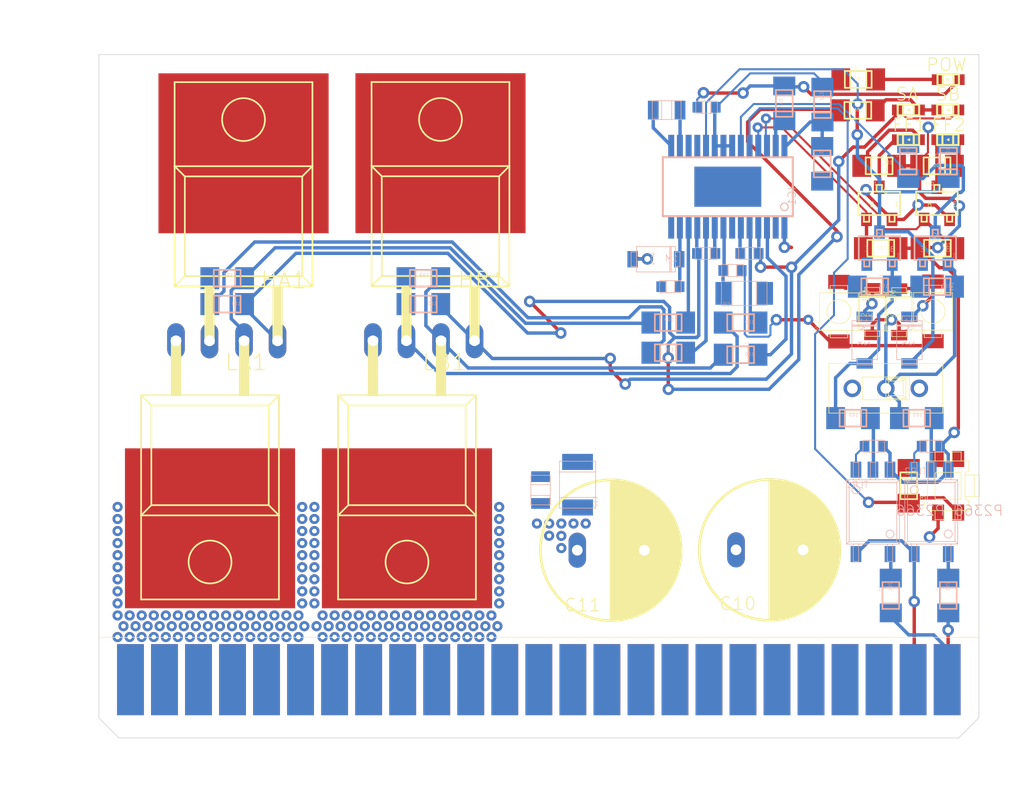
<source format=kicad_pcb>
(kicad_pcb (version 20171130) (host pcbnew "(5.1.10)-1")
  (layers (0 Top signal) (31 Bottom signal) (34 B.Paste user) (35 F.Paste user) (36 B.SilkS user) (37 F.SilkS user) (38 B.Mask user) (39 F.Mask user) (44 Edge.Cuts user))
  (net 0 "")
  (net 1 VCC)
  (net 2 GND)
  (net 3 /SA)
  (net 4 /SB)
  (net 5 "Net-(LED4-PadK)")
  (net 6 /FF1)
  (net 7 "Net-(LED5-PadK)")
  (net 8 /FF2)
  (net 9 "Net-(D2-PadC)")
  (net 10 "Net-(D3-PadC)")
  (net 11 /RESET)
  (net 12 "Net-(R1-PadRIGHT)")
  (net 13 "Net-(D2-PadA)")
  (net 14 "Net-(R9-PadRIGHT)")
  (net 15 /LAP)
  (net 16 /GLB)
  (net 17 /GHB)
  (net 18 /GLA)
  (net 19 /GHA)
  (net 20 "Net-(LED1-PadA)")
  (net 21 "Net-(LED3-PadA)")
  (net 22 "Net-(LED4-PadA)")
  (net 23 /V5)
  (net 24 "Net-(LED5-PadA)")
  (net 25 "Net-(IC1-Pad27)")
  (net 26 "Net-(IC1-Pad28)")
  (net 27 "Net-(C5-PadP$2)")
  (net 28 "Net-(SW3-Pad2)")
  (net 29 "Net-(SW3-Pad4)")
  (net 30 "Net-(SW4-PadL)")
  (net 31 /GND_IN)
  (net 32 "Net-(R26-PadLEFT)")
  (net 33 "Net-(R27-PadLEFT)")
  (net 34 "Net-(C4-PadP$2)")
  (net 35 "Net-(C7-PadP$1)")
  (net 36 "Net-(C8-PadP$1)")
  (net 37 "Net-(C6-PadP$2)")
  (net 38 "Net-(C6-PadP$1)")
  (net 39 /VCC_IN)
  (net 40 /DIR_IN)
  (net 41 /PWM_IN)
  (net 42 /PWM)
  (net 43 /DIR)
  (net 44 "Net-(IC1-Pad18)")
  (net 45 "Net-(IC1-Pad14)")
  (net 46 "Net-(IC1-Pad7)")
  (net 47 "Net-(HA1-PadGATE)")
  (net 48 "Net-(LA1-PadGATE)")
  (net 49 "Net-(HB1-PadGATE)")
  (net 50 "Net-(LB1-PadGATE)")
  (module "(Eagle)DriveUnit_B-series(ver2.0):TO-220AB-NOHOLE" (layer Top) (at 126.4611 95.7836)
    (fp_text reference HA1 (at 1.21 1.26) (layer F.SilkS) (effects (font (size 1.2065 1.2065) (thickness 0.09652)) (justify left bottom)))
    (fp_text value IRLB3813NOHOLE hide)
    (pad DRAIN smd rect (at 0 -8.9154) (size 12.7 11.938) (layers Top F.Paste F.Mask) (net 1 VCC))
    (pad SOURCE thru_hole oval (at 2.54 5.08 90) (size 2.616 1.308) (drill 0.8) (layers *.Cu *.Mask) (net 3 /SA))
    (pad GATE thru_hole oval (at -2.54 5.08 90) (size 2.616 1.308) (drill 0.8) (layers *.Cu *.Mask) (net 47 "Net-(HA1-PadGATE)"))
  )
  (module "(Eagle)DriveUnit_B-series(ver2.0):TO-220AB-NOHOLE" (layer Top) (at 141.1611 95.7736)
    (fp_text reference HB1 (at 1.22 1.26) (layer F.SilkS) (effects (font (size 1.2065 1.2065) (thickness 0.09652)) (justify left bottom)))
    (fp_text value IRLB3813NOHOLE hide)
    (pad DRAIN smd rect (at 0 -8.9154) (size 12.7 11.938) (layers Top F.Paste F.Mask) (net 1 VCC))
    (pad SOURCE thru_hole oval (at 2.54 5.08 90) (size 2.616 1.308) (drill 0.8) (layers *.Cu *.Mask) (net 4 /SB))
    (pad GATE thru_hole oval (at -2.54 5.08 90) (size 2.616 1.308) (drill 0.8) (layers *.Cu *.Mask) (net 49 "Net-(HB1-PadGATE)"))
  )
  (module "(Eagle)DriveUnit_B-series(ver2.0):TO-220AB-NOHOLE" (layer Top) (at 123.9611 105.9436 180)
    (fp_text reference LA1 (at -1.05 2.78) (layer F.SilkS) (effects (font (size 1.2065 1.2065) (thickness 0.09652)) (justify left bottom)))
    (fp_text value IRLB3813NOHOLE hide)
    (pad DRAIN smd rect (at 0 -8.9154 180) (size 12.7 11.938) (layers Top F.Paste F.Mask) (net 3 /SA))
    (pad SOURCE thru_hole oval (at 2.54 5.08 270) (size 2.616 1.308) (drill 0.8) (layers *.Cu *.Mask) (net 2 GND))
    (pad GATE thru_hole oval (at -2.54 5.08 270) (size 2.616 1.308) (drill 0.8) (layers *.Cu *.Mask) (net 48 "Net-(LA1-PadGATE)"))
  )
  (module "(Eagle)DriveUnit_B-series(ver2.0):TO-220AB-NOHOLE" (layer Top) (at 138.6611 105.9436 180)
    (fp_text reference LB1 (at -1.07 2.78) (layer F.SilkS) (effects (font (size 1.2065 1.2065) (thickness 0.09652)) (justify left bottom)))
    (fp_text value IRLB3813NOHOLE hide)
    (pad DRAIN smd rect (at 0 -8.9154 180) (size 12.7 11.938) (layers Top F.Paste F.Mask) (net 4 /SB))
    (pad SOURCE thru_hole oval (at 2.54 5.08 270) (size 2.616 1.308) (drill 0.8) (layers *.Cu *.Mask) (net 2 GND))
    (pad GATE thru_hole oval (at -2.54 5.08 270) (size 2.616 1.308) (drill 0.8) (layers *.Cu *.Mask) (net 50 "Net-(LB1-PadGATE)"))
  )
  (module "(Eagle)DriveUnit_B-series(ver2.0):GCM188L81H104KA57" (layer Bottom) (at 173.5011 108.7336)
    (fp_text reference C1 (at -0.8 0.5) (layer B.SilkS) (effects (font (size 0.095 0.095) (thickness 0.0076)) (justify right bottom mirror)))
    (fp_text value GCM188L81H104KA57 hide)
    (pad P$2 smd rect (at 0.7 0) (size 0.7 0.8) (layers Bottom B.Paste B.Mask) (net 23 /V5))
    (pad P$1 smd rect (at -0.7 0) (size 0.7 0.8) (layers Bottom B.Paste B.Mask) (net 2 GND))
  )
  (module "(Eagle)DriveUnit_B-series(ver2.0):35PZJ330M10X9" (layer Top) (at 165.7211 116.4636 90)
    (fp_text reference C10 (at -4.57 -3.81) (layer F.SilkS) (effects (font (size 0.95 0.95) (thickness 0.076)) (justify left bottom)))
    (fp_text value 35PZJ330M10X9 hide)
    (pad C thru_hole oval (at 0 2.5 90) (size 2.616 1.308) (drill 0.8) (layers *.Cu *.Mask) (net 2 GND))
    (pad A thru_hole oval (at 0 -2.5 90) (size 2.616 1.308) (drill 0.8) (layers *.Cu *.Mask) (net 1 VCC))
  )
  (module "(Eagle)DriveUnit_B-series(ver2.0):35PZJ330M10X9" (layer Top) (at 153.8711 116.4936 90)
    (fp_text reference C11 (at -4.65 -3.54) (layer F.SilkS) (effects (font (size 0.95 0.95) (thickness 0.076)) (justify left bottom)))
    (fp_text value 35PZJ330M10X9 hide)
    (pad C thru_hole oval (at 0 2.5 90) (size 2.616 1.308) (drill 0.8) (layers *.Cu *.Mask) (net 2 GND))
    (pad A thru_hole oval (at 0 -2.5 90) (size 2.616 1.308) (drill 0.8) (layers *.Cu *.Mask) (net 1 VCC))
  )
  (module "(Eagle)DriveUnit_B-series(ver2.0):GRM32ER7YA106KA12" (layer Bottom) (at 151.3911 111.6036 90)
    (fp_text reference C12 (at -1.700004 1.500003 90) (layer B.SilkS) (effects (font (size 0.285 0.285) (thickness 0.0228)) (justify right bottom mirror)))
    (fp_text value GRM32ER7YA106KA12 hide)
    (pad P$2 smd rect (at 1.7 0 90) (size 1.2 2.3) (layers Bottom B.Paste B.Mask) (net 2 GND))
    (pad P$1 smd rect (at -1.7 0 90) (size 1.2 2.3) (layers Bottom B.Paste B.Mask) (net 1 VCC))
  )
  (module "(Eagle)DriveUnit_B-series(ver2.0):GRM21BC72A105KE01" (layer Bottom) (at 148.6311 112.0036 90)
    (fp_text reference C13 (at -1.1 0.8 90) (layer B.SilkS) (effects (font (size 0.19 0.19) (thickness 0.0152)) (justify right bottom mirror)))
    (fp_text value GRM21BC72A105KE01 hide)
    (pad P$2 smd rect (at 1 0 90) (size 0.8 1.4) (layers Bottom B.Paste B.Mask) (net 2 GND))
    (pad P$1 smd rect (at -1 0 90) (size 0.8 1.4) (layers Bottom B.Paste B.Mask) (net 1 VCC))
  )
  (module "(Eagle)DriveUnit_B-series(ver2.0):GCM188L81H104KA57" (layer Bottom) (at 177.7611 108.7336)
    (fp_text reference C2 (at -0.8 0.5) (layer B.SilkS) (effects (font (size 0.095 0.095) (thickness 0.0076)) (justify right bottom mirror)))
    (fp_text value GCM188L81H104KA57 hide)
    (pad P$2 smd rect (at 0.7 0) (size 0.7 0.8) (layers Bottom B.Paste B.Mask) (net 23 /V5))
    (pad P$1 smd rect (at -0.7 0) (size 0.7 0.8) (layers Bottom B.Paste B.Mask) (net 2 GND))
  )
  (module "(Eagle)DriveUnit_B-series(ver2.0):GCM188L81H104KA57" (layer Bottom) (at 161.0211 83.4336)
    (fp_text reference C3 (at -0.8 0.5) (layer B.SilkS) (effects (font (size 0.095 0.095) (thickness 0.0076)) (justify right bottom mirror)))
    (fp_text value GCM188L81H104KA57 hide)
    (pad P$2 smd rect (at 0.7 0) (size 0.7 0.8) (layers Bottom B.Paste B.Mask) (net 23 /V5))
    (pad P$1 smd rect (at -0.7 0) (size 0.7 0.8) (layers Bottom B.Paste B.Mask) (net 2 GND))
  )
  (module "(Eagle)DriveUnit_B-series(ver2.0):GCM188L81H104KA57" (layer Bottom) (at 162.9511 95.6136 180)
    (fp_text reference C4 (at -0.8 0.5) (layer B.SilkS) (effects (font (size 0.095 0.095) (thickness 0.0076)) (justify right bottom mirror)))
    (fp_text value GCM188L81H104KA57 hide)
    (pad P$2 smd rect (at 0.7 0 180) (size 0.7 0.8) (layers Bottom B.Paste B.Mask) (net 34 "Net-(C4-PadP$2)"))
    (pad P$1 smd rect (at -0.7 0 180) (size 0.7 0.8) (layers Bottom B.Paste B.Mask) (net 2 GND))
  )
  (module "(Eagle)DriveUnit_B-series(ver2.0):GCM188L81H104KA57" (layer Bottom) (at 158.3211 96.8236)
    (fp_text reference C5 (at -0.8 0.5) (layer B.SilkS) (effects (font (size 0.095 0.095) (thickness 0.0076)) (justify right bottom mirror)))
    (fp_text value GCM188L81H104KA57 hide)
    (pad P$2 smd rect (at 0.7 0) (size 0.7 0.8) (layers Bottom B.Paste B.Mask) (net 27 "Net-(C5-PadP$2)"))
    (pad P$1 smd rect (at -0.7 0) (size 0.7 0.8) (layers Bottom B.Paste B.Mask) (net 2 GND))
  )
  (module "(Eagle)DriveUnit_B-series(ver2.0):GCM21BR71H474KA55" (layer Bottom) (at 158.0411 83.6436)
    (fp_text reference C6 (at -1 0.8) (layer B.SilkS) (effects (font (size 0.19 0.19) (thickness 0.0152)) (justify right bottom mirror)))
    (fp_text value GCM21BR71H474KA55 hide)
    (pad P$2 smd rect (at 1 0) (size 0.8 1.4) (layers Bottom B.Paste B.Mask) (net 37 "Net-(C6-PadP$2)"))
    (pad P$1 smd rect (at -1 0) (size 0.8 1.4) (layers Bottom B.Paste B.Mask) (net 38 "Net-(C6-PadP$1)"))
  )
  (module "(Eagle)DriveUnit_B-series(ver2.0):GCM188L81H104KA57" (layer Bottom) (at 164.2211 94.3436)
    (fp_text reference C7 (at -0.8 0.5) (layer B.SilkS) (effects (font (size 0.095 0.095) (thickness 0.0076)) (justify right bottom mirror)))
    (fp_text value GCM188L81H104KA57 hide)
    (pad P$2 smd rect (at 0.7 0) (size 0.7 0.8) (layers Bottom B.Paste B.Mask) (net 4 /SB))
    (pad P$1 smd rect (at -0.7 0) (size 0.7 0.8) (layers Bottom B.Paste B.Mask) (net 35 "Net-(C7-PadP$1)"))
  )
  (module "(Eagle)DriveUnit_B-series(ver2.0):GCM188L81H104KA57" (layer Bottom) (at 160.9911 94.3436 180)
    (fp_text reference C8 (at -0.8 0.5) (layer B.SilkS) (effects (font (size 0.095 0.095) (thickness 0.0076)) (justify right bottom mirror)))
    (fp_text value GCM188L81H104KA57 hide)
    (pad P$2 smd rect (at 0.7 0 180) (size 0.7 0.8) (layers Bottom B.Paste B.Mask) (net 3 /SA))
    (pad P$1 smd rect (at -0.7 0 180) (size 0.7 0.8) (layers Bottom B.Paste B.Mask) (net 36 "Net-(C8-PadP$1)"))
  )
  (module "(Eagle)DriveUnit_B-series(ver2.0):GRT31CC81H225KE01L" (layer Bottom) (at 163.8311 97.3236)
    (fp_text reference C9 (at -1.6 1) (layer B.SilkS) (effects (font (size 0.285 0.285) (thickness 0.0228)) (justify right bottom mirror)))
    (fp_text value GRT31CC81H225KE01L hide)
    (pad P$2 smd rect (at 1.55 0) (size 1.2 1.7) (layers Bottom B.Paste B.Mask) (net 2 GND))
    (pad P$1 smd rect (at -1.55 0) (size 1.2 1.7) (layers Bottom B.Paste B.Mask) (net 34 "Net-(C4-PadP$2)"))
  )
  (module "(Eagle)DriveUnit_B-series(ver2.0):GS1010FL" (layer Bottom) (at 158.9811 94.7736 180)
    (fp_text reference D1 hide)
    (fp_text value GS1010FL hide)
    (fp_text user 2 (at 2.2 -0.4 180) (layer B.SilkS) (effects (font (size 0.38 0.38) (thickness 0.032)) (justify right bottom mirror)))
    (fp_text user K (at 2.2 0.1 180) (layer B.SilkS) (effects (font (size 0.38 0.38) (thickness 0.032)) (justify right bottom mirror)))
    (fp_text user 1M (at 1.1 -0.2 180) (layer B.SilkS) (effects (font (size 0.475 0.475) (thickness 0.04)) (justify right bottom mirror)))
    (pad A smd rect (at 3.48 0 180) (size 0.78 1.22) (layers Bottom B.Paste B.Mask) (net 1 VCC))
    (pad C smd rect (at 0 0 180) (size 0.78 1.22) (layers Bottom B.Paste B.Mask) (net 27 "Net-(C5-PadP$2)"))
  )
  (module "(Eagle)DriveUnit_B-series(ver2.0):GS1010FL" (layer Top) (at 173.3911 96.9436 270)
    (fp_text reference D4 hide)
    (fp_text value GS1010FL hide)
    (fp_text user 2 (at 2.2 0.4 270) (layer F.SilkS) (effects (font (size 0.38 0.38) (thickness 0.032)) (justify left bottom)))
    (fp_text user K (at 2.2 -0.1 270) (layer F.SilkS) (effects (font (size 0.38 0.38) (thickness 0.032)) (justify left bottom)))
    (fp_text user 1M (at 1.1 0.2 270) (layer F.SilkS) (effects (font (size 0.475 0.475) (thickness 0.04)) (justify left bottom)))
    (pad A smd rect (at 3.48 0 270) (size 0.78 1.22) (layers Top F.Paste F.Mask) (net 15 /LAP))
    (pad C smd rect (at 0 0 270) (size 0.78 1.22) (layers Top F.Paste F.Mask) (net 9 "Net-(D2-PadC)"))
  )
  (module "(Eagle)DriveUnit_B-series(ver2.0):GS1010FL" (layer Top) (at 175.3911 96.9636 270)
    (fp_text reference D5 hide)
    (fp_text value GS1010FL hide)
    (fp_text user 2 (at 2.2 0.4 270) (layer F.SilkS) (effects (font (size 0.38 0.38) (thickness 0.032)) (justify left bottom)))
    (fp_text user K (at 2.2 -0.1 270) (layer F.SilkS) (effects (font (size 0.38 0.38) (thickness 0.032)) (justify left bottom)))
    (fp_text user 1M (at 1.1 0.2 270) (layer F.SilkS) (effects (font (size 0.475 0.475) (thickness 0.04)) (justify left bottom)))
    (pad A smd rect (at 3.48 0 270) (size 0.78 1.22) (layers Top F.Paste F.Mask) (net 15 /LAP))
    (pad C smd rect (at 0 0 270) (size 0.78 1.22) (layers Top F.Paste F.Mask) (net 10 "Net-(D3-PadC)"))
  )
  (module "(Eagle)DriveUnit_B-series(ver2.0):10046971-019LF" (layer Top) (at 148.5011 126.1536)
    (fp_text reference EDGE1 hide)
    (fp_text value 10046971-019LF hide)
    (pad P$50 smd rect (at -30.48 0) (size 2 5.3) (layers Bottom B.Paste B.Mask) (net 3 /SA))
    (pad P$49 smd rect (at -27.94 0) (size 2 5.3) (layers Bottom B.Paste B.Mask) (net 3 /SA))
    (pad P$48 smd rect (at -25.4 0) (size 2 5.3) (layers Bottom B.Paste B.Mask) (net 3 /SA))
    (pad P$47 smd rect (at -22.86 0) (size 2 5.3) (layers Bottom B.Paste B.Mask) (net 3 /SA))
    (pad P$46 smd rect (at -20.32 0) (size 2 5.3) (layers Bottom B.Paste B.Mask) (net 3 /SA))
    (pad P$45 smd rect (at -17.78 0) (size 2 5.3) (layers Bottom B.Paste B.Mask) (net 3 /SA))
    (pad P$44 smd rect (at -15.24 0) (size 2 5.3) (layers Bottom B.Paste B.Mask) (net 4 /SB))
    (pad P$43 smd rect (at -12.7 0) (size 2 5.3) (layers Bottom B.Paste B.Mask) (net 4 /SB))
    (pad P$42 smd rect (at -10.16 0) (size 2 5.3) (layers Bottom B.Paste B.Mask) (net 4 /SB))
    (pad P$41 smd rect (at -7.62 0) (size 2 5.3) (layers Bottom B.Paste B.Mask) (net 4 /SB))
    (pad P$40 smd rect (at -5.08 0) (size 2 5.3) (layers Bottom B.Paste B.Mask) (net 4 /SB))
    (pad P$39 smd rect (at -2.54 0) (size 2 5.3) (layers Bottom B.Paste B.Mask) (net 2 GND))
    (pad P$38 smd rect (at 0 0) (size 2 5.3) (layers Bottom B.Paste B.Mask) (net 2 GND))
    (pad P$37 smd rect (at 2.54 0) (size 2 5.3) (layers Bottom B.Paste B.Mask) (net 2 GND))
    (pad P$36 smd rect (at 5.08 0) (size 2 5.3) (layers Bottom B.Paste B.Mask) (net 2 GND))
    (pad P$35 smd rect (at 7.62 0) (size 2 5.3) (layers Bottom B.Paste B.Mask) (net 2 GND))
    (pad P$34 smd rect (at 10.16 0) (size 2 5.3) (layers Bottom B.Paste B.Mask) (net 2 GND))
    (pad P$33 smd rect (at 12.7 0) (size 2 5.3) (layers Bottom B.Paste B.Mask) (net 2 GND))
    (pad P$32 smd rect (at 15.24 0) (size 2 5.3) (layers Bottom B.Paste B.Mask) (net 2 GND))
    (pad P$31 smd rect (at 17.78 0) (size 2 5.3) (layers Bottom B.Paste B.Mask) (net 2 GND))
    (pad P$30 smd rect (at 20.32 0) (size 2 5.3) (layers Bottom B.Paste B.Mask) (net 2 GND))
    (pad P$29 smd rect (at 22.86 0) (size 2 5.3) (layers Bottom B.Paste B.Mask) (net 2 GND))
    (pad P$28 smd rect (at 25.4 0) (size 2 5.3) (layers Bottom B.Paste B.Mask) (net 2 GND))
    (pad P$27 smd rect (at 27.94 0) (size 2 5.3) (layers Bottom B.Paste B.Mask) (net 39 /VCC_IN))
    (pad P$26 smd rect (at 30.48 0) (size 2 5.3) (layers Bottom B.Paste B.Mask) (net 40 /DIR_IN))
    (pad P$25 smd rect (at 30.48 0) (size 2 5.3) (layers Top F.Paste F.Mask) (net 41 /PWM_IN))
    (pad P$24 smd rect (at 27.94 0) (size 2 5.3) (layers Top F.Paste F.Mask) (net 31 /GND_IN))
    (pad P$23 smd rect (at 25.4 0) (size 2 5.3) (layers Top F.Paste F.Mask) (net 1 VCC))
    (pad P$22 smd rect (at 22.86 0) (size 2 5.3) (layers Top F.Paste F.Mask) (net 1 VCC))
    (pad P$21 smd rect (at 20.32 0) (size 2 5.3) (layers Top F.Paste F.Mask) (net 1 VCC))
    (pad P$20 smd rect (at 17.78 0) (size 2 5.3) (layers Top F.Paste F.Mask) (net 1 VCC))
    (pad P$19 smd rect (at 15.24 0) (size 2 5.3) (layers Top F.Paste F.Mask) (net 1 VCC))
    (pad P$18 smd rect (at 12.7 0) (size 2 5.3) (layers Top F.Paste F.Mask) (net 1 VCC))
    (pad P$17 smd rect (at 10.16 0) (size 2 5.3) (layers Top F.Paste F.Mask) (net 1 VCC))
    (pad P$16 smd rect (at 7.62 0) (size 2 5.3) (layers Top F.Paste F.Mask) (net 1 VCC))
    (pad P$15 smd rect (at 5.08 0) (size 2 5.3) (layers Top F.Paste F.Mask) (net 1 VCC))
    (pad P$14 smd rect (at 2.54 0) (size 2 5.3) (layers Top F.Paste F.Mask) (net 1 VCC))
    (pad P$13 smd rect (at 0 0) (size 2 5.3) (layers Top F.Paste F.Mask) (net 1 VCC))
    (pad P$12 smd rect (at -2.54 0) (size 2 5.3) (layers Top F.Paste F.Mask) (net 1 VCC))
    (pad P$11 smd rect (at -5.08 0) (size 2 5.3) (layers Top F.Paste F.Mask) (net 4 /SB))
    (pad P$10 smd rect (at -7.62 0) (size 2 5.3) (layers Top F.Paste F.Mask) (net 4 /SB))
    (pad P$9 smd rect (at -10.16 0) (size 2 5.3) (layers Top F.Paste F.Mask) (net 4 /SB))
    (pad P$8 smd rect (at -12.7 0) (size 2 5.3) (layers Top F.Paste F.Mask) (net 4 /SB))
    (pad P$7 smd rect (at -15.24 0) (size 2 5.3) (layers Top F.Paste F.Mask) (net 4 /SB))
    (pad P$6 smd rect (at -17.78 0) (size 2 5.3) (layers Top F.Paste F.Mask) (net 4 /SB))
    (pad P$5 smd rect (at -20.32 0) (size 2 5.3) (layers Top F.Paste F.Mask) (net 3 /SA))
    (pad P$4 smd rect (at -22.86 0) (size 2 5.3) (layers Top F.Paste F.Mask) (net 3 /SA))
    (pad P$3 smd rect (at -25.4 0) (size 2 5.3) (layers Top F.Paste F.Mask) (net 3 /SA))
    (pad P$2 smd rect (at -27.94 0) (size 2 5.3) (layers Top F.Paste F.Mask) (net 3 /SA))
    (pad P$1 smd rect (at -30.48 0) (size 2 5.3) (layers Top F.Paste F.Mask) (net 3 /SA))
  )
  (module "(Eagle)DriveUnit_B-series(ver2.0):A3921" (layer Bottom) (at 166.8311 91.5136 180)
    (fp_text reference IC1 (at -0.9 0.7 270) (layer B.SilkS) (effects (font (size 0.57912 0.57912) (thickness 0.046329)) (justify right bottom mirror)))
    (fp_text value A3921)
    (pad PAD smd rect (at 4.225 2.15 180) (size 5 3) (layers Bottom B.Paste B.Mask) (net 2 GND))
    (pad 28 smd rect (at 0 5.2 180) (size 0.45 1.65) (layers Bottom B.Paste B.Mask) (net 26 "Net-(IC1-Pad28)"))
    (pad 27 smd rect (at 0.65 5.2 180) (size 0.45 1.65) (layers Bottom B.Paste B.Mask) (net 25 "Net-(IC1-Pad27)"))
    (pad 26 smd rect (at 1.3 5.2 180) (size 0.45 1.65) (layers Bottom B.Paste B.Mask) (net 8 /FF2))
    (pad 25 smd rect (at 1.95 5.2 180) (size 0.45 1.65) (layers Bottom B.Paste B.Mask) (net 6 /FF1))
    (pad 24 smd rect (at 2.6 5.2 180) (size 0.45 1.65) (layers Bottom B.Paste B.Mask) (net 11 /RESET))
    (pad 23 smd rect (at 3.25 5.2 180) (size 0.45 1.65) (layers Bottom B.Paste B.Mask) (net 42 /PWM))
    (pad 22 smd rect (at 3.9 5.2 180) (size 0.45 1.65) (layers Bottom B.Paste B.Mask) (net 23 /V5))
    (pad 21 smd rect (at 4.55 5.2 180) (size 0.45 1.65) (layers Bottom B.Paste B.Mask) (net 23 /V5))
    (pad 20 smd rect (at 5.2 5.2 180) (size 0.45 1.65) (layers Bottom B.Paste B.Mask) (net 23 /V5))
    (pad 19 smd rect (at 5.85 5.2 180) (size 0.45 1.65) (layers Bottom B.Paste B.Mask) (net 43 /DIR))
    (pad 18 smd rect (at 6.5 5.2 180) (size 0.45 1.65) (layers Bottom B.Paste B.Mask) (net 44 "Net-(IC1-Pad18)"))
    (pad 17 smd rect (at 7.15 5.2 180) (size 0.45 1.65) (layers Bottom B.Paste B.Mask) (net 2 GND))
    (pad 16 smd rect (at 7.8 5.2 180) (size 0.45 1.65) (layers Bottom B.Paste B.Mask) (net 37 "Net-(C6-PadP$2)"))
    (pad 15 smd rect (at 8.45 5.2 180) (size 0.45 1.65) (layers Bottom B.Paste B.Mask) (net 38 "Net-(C6-PadP$1)"))
    (pad 14 smd rect (at 8.45 -0.9 180) (size 0.45 1.65) (layers Bottom B.Paste B.Mask) (net 45 "Net-(IC1-Pad14)"))
    (pad 13 smd rect (at 7.8 -0.9 180) (size 0.45 1.65) (layers Bottom B.Paste B.Mask) (net 27 "Net-(C5-PadP$2)"))
    (pad 12 smd rect (at 7.15 -0.9 180) (size 0.45 1.65) (layers Bottom B.Paste B.Mask) (net 18 /GLA))
    (pad 11 smd rect (at 6.5 -0.9 180) (size 0.45 1.65) (layers Bottom B.Paste B.Mask) (net 3 /SA))
    (pad 10 smd rect (at 5.85 -0.9 180) (size 0.45 1.65) (layers Bottom B.Paste B.Mask) (net 19 /GHA))
    (pad 9 smd rect (at 5.2 -0.9 180) (size 0.45 1.65) (layers Bottom B.Paste B.Mask) (net 36 "Net-(C8-PadP$1)"))
    (pad 8 smd rect (at 4.55 -0.9 180) (size 0.45 1.65) (layers Bottom B.Paste B.Mask) (net 34 "Net-(C4-PadP$2)"))
    (pad 7 smd rect (at 3.9 -0.9 180) (size 0.45 1.65) (layers Bottom B.Paste B.Mask) (net 46 "Net-(IC1-Pad7)"))
    (pad 6 smd rect (at 3.25 -0.9 180) (size 0.45 1.65) (layers Bottom B.Paste B.Mask) (net 35 "Net-(C7-PadP$1)"))
    (pad 5 smd rect (at 2.6 -0.9 180) (size 0.45 1.65) (layers Bottom B.Paste B.Mask) (net 17 /GHB))
    (pad 4 smd rect (at 1.95 -0.9 180) (size 0.45 1.65) (layers Bottom B.Paste B.Mask) (net 4 /SB))
    (pad 3 smd rect (at 1.3 -0.9 180) (size 0.45 1.65) (layers Bottom B.Paste B.Mask) (net 16 /GLB))
    (pad 1 smd rect (at 0 -0.9 180) (size 0.45 1.65) (layers Bottom B.Paste B.Mask) (net 1 VCC))
    (pad 2 smd rect (at 0.65 -0.9 180) (size 0.45 1.65) (layers Bottom B.Paste B.Mask) (net 2 GND))
  )
  (module "(Eagle)DriveUnit_B-series(ver2.0):SML-E12V8WT86" (layer Top) (at 175.2611 83.6336 270)
    (fp_text reference LED1 hide)
    (fp_text value SML-E12V8WT86 hide)
    (pad A smd rect (at 0 -1.65 270) (size 0.8 0.8) (layers Top F.Paste F.Mask) (net 20 "Net-(LED1-PadA)"))
    (pad K smd rect (at 0 0 270) (size 0.8 0.8) (layers Top F.Paste F.Mask) (net 4 /SB))
  )
  (module "(Eagle)DriveUnit_B-series(ver2.0):SML-E12V8WT86" (layer Top) (at 178.2011 83.6336 270)
    (fp_text reference LED2 hide)
    (fp_text value SML-E12V8WT86 hide)
    (pad A smd rect (at 0 -1.65 270) (size 0.8 0.8) (layers Top F.Paste F.Mask) (net 4 /SB))
    (pad K smd rect (at 0 0 270) (size 0.8 0.8) (layers Top F.Paste F.Mask) (net 20 "Net-(LED1-PadA)"))
  )
  (module "(Eagle)DriveUnit_B-series(ver2.0):SML-E12V8WT86" (layer Top) (at 179.8811 81.3736 90)
    (fp_text reference LED3 hide)
    (fp_text value SML-E12V8WT86 hide)
    (pad A smd rect (at 0 -1.65 90) (size 0.8 0.8) (layers Top F.Paste F.Mask) (net 21 "Net-(LED3-PadA)"))
    (pad K smd rect (at 0 0 90) (size 0.8 0.8) (layers Top F.Paste F.Mask) (net 2 GND))
  )
  (module "(Eagle)DriveUnit_B-series(ver2.0):SML-E12V8WT86" (layer Top) (at 175.2611 85.8536 270)
    (fp_text reference LED4 hide)
    (fp_text value SML-E12V8WT86 hide)
    (pad A smd rect (at 0 -1.65 270) (size 0.8 0.8) (layers Top F.Paste F.Mask) (net 22 "Net-(LED4-PadA)"))
    (pad K smd rect (at 0 0 270) (size 0.8 0.8) (layers Top F.Paste F.Mask) (net 5 "Net-(LED4-PadK)"))
  )
  (module "(Eagle)DriveUnit_B-series(ver2.0):SML-E12V8WT86" (layer Top) (at 178.2011 85.8536 270)
    (fp_text reference LED5 hide)
    (fp_text value SML-E12V8WT86 hide)
    (pad A smd rect (at 0 -1.65 270) (size 0.8 0.8) (layers Top F.Paste F.Mask) (net 24 "Net-(LED5-PadA)"))
    (pad K smd rect (at 0 0 270) (size 0.8 0.8) (layers Top F.Paste F.Mask) (net 7 "Net-(LED5-PadK)"))
  )
  (module "(Eagle)DriveUnit_B-series(ver2.0):RG2012" (layer Bottom) (at 170.6511 106.6336)
    (fp_text reference R1 (at 1.016 0.762) (layer B.SilkS) (effects (font (size 0.12065 0.12065) (thickness 0.009652)) (justify right bottom mirror)))
    (fp_text value RG2012 hide)
    (fp_text user 103 (at 1 -0.1) (layer B.SilkS) (effects (font (size 0.2413 0.2413) (thickness 0.02032)) (justify right bottom mirror)))
    (pad RIGHT smd rect (at 2.6 0) (size 1.4 1.65) (layers Bottom B.Paste B.Mask) (net 12 "Net-(R1-PadRIGHT)"))
    (pad LEFT smd rect (at 0 0) (size 1.4 1.65) (layers Bottom B.Paste B.Mask) (net 13 "Net-(D2-PadA)"))
  )
  (module "(Eagle)DriveUnit_B-series(ver2.0):RG2012" (layer Bottom) (at 164.8611 101.9036 180)
    (fp_text reference R10 (at 1.016 0.762) (layer B.SilkS) (effects (font (size 0.12065 0.12065) (thickness 0.009652)) (justify right bottom mirror)))
    (fp_text value RG2012Q-100-D-T5 hide)
    (fp_text user 100 (at 1 -0.1 180) (layer B.SilkS) (effects (font (size 0.2413 0.2413) (thickness 0.02032)) (justify right bottom mirror)))
    (pad RIGHT smd rect (at 2.6 0 180) (size 1.4 1.65) (layers Bottom B.Paste B.Mask) (net 50 "Net-(LB1-PadGATE)"))
    (pad LEFT smd rect (at 0 0 180) (size 1.4 1.65) (layers Bottom B.Paste B.Mask) (net 16 /GLB))
  )
  (module "(Eagle)DriveUnit_B-series(ver2.0):RG2012" (layer Top) (at 176.1111 112.9836 90)
    (fp_text reference R11 (at 1.016 -0.762 90) (layer F.SilkS) (effects (font (size 0.12065 0.12065) (thickness 0.009652)) (justify left bottom)))
    (fp_text value RG2012 hide)
    (fp_text user 103 (at 1 0.1 90) (layer F.SilkS) (effects (font (size 0.2413 0.2413) (thickness 0.02032)) (justify left bottom)))
    (pad RIGHT smd rect (at 2.6 0 90) (size 1.4 1.65) (layers Top F.Paste F.Mask) (net 1 VCC))
    (pad LEFT smd rect (at 0 0 90) (size 1.4 1.65) (layers Top F.Paste F.Mask) (net 11 /RESET))
  )
  (module "(Eagle)DriveUnit_B-series(ver2.0):RG2012" (layer Bottom) (at 164.8611 99.5036 180)
    (fp_text reference R12 (at 1.016 0.762) (layer B.SilkS) (effects (font (size 0.12065 0.12065) (thickness 0.009652)) (justify right bottom mirror)))
    (fp_text value RG2012Q-100-D-T5 hide)
    (fp_text user 100 (at 1 -0.1 180) (layer B.SilkS) (effects (font (size 0.2413 0.2413) (thickness 0.02032)) (justify right bottom mirror)))
    (pad RIGHT smd rect (at 2.6 0 180) (size 1.4 1.65) (layers Bottom B.Paste B.Mask) (net 49 "Net-(HB1-PadGATE)"))
    (pad LEFT smd rect (at 0 0 180) (size 1.4 1.65) (layers Bottom B.Paste B.Mask) (net 17 /GHB))
  )
  (module "(Eagle)DriveUnit_B-series(ver2.0):RG2012" (layer Bottom) (at 166.8211 84.4436 90)
    (fp_text reference R13 (at 1.016 0.762 90) (layer B.SilkS) (effects (font (size 0.12065 0.12065) (thickness 0.009652)) (justify right bottom mirror)))
    (fp_text value RG2012P-302-B-T5 hide)
    (fp_text user 302 (at 1 -0.1 90) (layer B.SilkS) (effects (font (size 0.2413 0.2413) (thickness 0.02032)) (justify right bottom mirror)))
    (pad RIGHT smd rect (at 2.6 0 90) (size 1.4 1.65) (layers Bottom B.Paste B.Mask) (net 2 GND))
    (pad LEFT smd rect (at 0 0 90) (size 1.4 1.65) (layers Bottom B.Paste B.Mask) (net 25 "Net-(IC1-Pad27)"))
  )
  (module "(Eagle)DriveUnit_B-series(ver2.0):RG2012" (layer Bottom) (at 169.6711 81.9336 270)
    (fp_text reference R14 (at 1.016 0.762 90) (layer B.SilkS) (effects (font (size 0.12065 0.12065) (thickness 0.009652)) (justify right bottom mirror)))
    (fp_text value RG2012N-222-W-T1 hide)
    (fp_text user 222 (at 1 -0.1 270) (layer B.SilkS) (effects (font (size 0.2413 0.2413) (thickness 0.02032)) (justify right bottom mirror)))
    (pad RIGHT smd rect (at 2.6 0 270) (size 1.4 1.65) (layers Bottom B.Paste B.Mask) (net 26 "Net-(IC1-Pad28)"))
    (pad LEFT smd rect (at 0 0 270) (size 1.4 1.65) (layers Bottom B.Paste B.Mask) (net 23 /V5))
  )
  (module "(Eagle)DriveUnit_B-series(ver2.0):RG2012" (layer Bottom) (at 123.9421 96.1936)
    (fp_text reference R15 (at 1.016 0.762) (layer B.SilkS) (effects (font (size 0.12065 0.12065) (thickness 0.009652)) (justify right bottom mirror)))
    (fp_text value RG2012 hide)
    (fp_text user 103 (at 1 -0.1) (layer B.SilkS) (effects (font (size 0.2413 0.2413) (thickness 0.02032)) (justify right bottom mirror)))
    (pad RIGHT smd rect (at 2.6 0) (size 1.4 1.65) (layers Bottom B.Paste B.Mask) (net 48 "Net-(LA1-PadGATE)"))
    (pad LEFT smd rect (at 0 0) (size 1.4 1.65) (layers Bottom B.Paste B.Mask) (net 2 GND))
  )
  (module "(Eagle)DriveUnit_B-series(ver2.0):RG2012" (layer Bottom) (at 126.5411 98.1236 180)
    (fp_text reference R16 (at 1.016 0.762) (layer B.SilkS) (effects (font (size 0.12065 0.12065) (thickness 0.009652)) (justify right bottom mirror)))
    (fp_text value RG2012 hide)
    (fp_text user 103 (at 1 -0.1 180) (layer B.SilkS) (effects (font (size 0.2413 0.2413) (thickness 0.02032)) (justify right bottom mirror)))
    (pad RIGHT smd rect (at 2.6 0 180) (size 1.4 1.65) (layers Bottom B.Paste B.Mask) (net 47 "Net-(HA1-PadGATE)"))
    (pad LEFT smd rect (at 0 0 180) (size 1.4 1.65) (layers Bottom B.Paste B.Mask) (net 3 /SA))
  )
  (module "(Eagle)DriveUnit_B-series(ver2.0):RG2012" (layer Bottom) (at 138.5811 96.1936)
    (fp_text reference R18 (at 1.016 0.762) (layer B.SilkS) (effects (font (size 0.12065 0.12065) (thickness 0.009652)) (justify right bottom mirror)))
    (fp_text value RG2012 hide)
    (fp_text user 103 (at 1 -0.1) (layer B.SilkS) (effects (font (size 0.2413 0.2413) (thickness 0.02032)) (justify right bottom mirror)))
    (pad RIGHT smd rect (at 2.6 0) (size 1.4 1.65) (layers Bottom B.Paste B.Mask) (net 50 "Net-(LB1-PadGATE)"))
    (pad LEFT smd rect (at 0 0) (size 1.4 1.65) (layers Bottom B.Paste B.Mask) (net 2 GND))
  )
  (module "(Eagle)DriveUnit_B-series(ver2.0):RG2012" (layer Bottom) (at 141.1811 98.1236 180)
    (fp_text reference R19 (at 1.016 0.762) (layer B.SilkS) (effects (font (size 0.12065 0.12065) (thickness 0.009652)) (justify right bottom mirror)))
    (fp_text value RG2012 hide)
    (fp_text user 103 (at 1 -0.1 180) (layer B.SilkS) (effects (font (size 0.2413 0.2413) (thickness 0.02032)) (justify right bottom mirror)))
    (pad RIGHT smd rect (at 2.6 0 180) (size 1.4 1.65) (layers Bottom B.Paste B.Mask) (net 49 "Net-(HB1-PadGATE)"))
    (pad LEFT smd rect (at 0 0 180) (size 1.4 1.65) (layers Bottom B.Paste B.Mask) (net 4 /SB))
  )
  (module "(Eagle)DriveUnit_B-series(ver2.0):RG2012" (layer Bottom) (at 169.6511 86.3536 270)
    (fp_text reference R2 (at 0.889 0.762 90) (layer B.SilkS) (effects (font (size 0.12065 0.12065) (thickness 0.009652)) (justify right bottom mirror)))
    (fp_text value RG2012N-332-W-T1 hide)
    (fp_text user 332 (at 1 -0.1 270) (layer B.SilkS) (effects (font (size 0.2413 0.2413) (thickness 0.02032)) (justify right bottom mirror)))
    (pad RIGHT smd rect (at 2.6 0 270) (size 1.4 1.65) (layers Bottom B.Paste B.Mask) (net 2 GND))
    (pad LEFT smd rect (at 0 0 270) (size 1.4 1.65) (layers Bottom B.Paste B.Mask) (net 26 "Net-(IC1-Pad28)"))
  )
  (module "(Eagle)DriveUnit_B-series(ver2.0):RG2012" (layer Bottom) (at 156.8611 99.5036)
    (fp_text reference R20 (at 1.016 0.762) (layer B.SilkS) (effects (font (size 0.12065 0.12065) (thickness 0.009652)) (justify right bottom mirror)))
    (fp_text value RG2012Q-100-D-T5 hide)
    (fp_text user 100 (at 1 -0.1) (layer B.SilkS) (effects (font (size 0.2413 0.2413) (thickness 0.02032)) (justify right bottom mirror)))
    (pad RIGHT smd rect (at 2.6 0) (size 1.4 1.65) (layers Bottom B.Paste B.Mask) (net 18 /GLA))
    (pad LEFT smd rect (at 0 0) (size 1.4 1.65) (layers Bottom B.Paste B.Mask) (net 48 "Net-(LA1-PadGATE)"))
  )
  (module "(Eagle)DriveUnit_B-series(ver2.0):RG2012" (layer Bottom) (at 156.8611 101.7536)
    (fp_text reference R21 (at 1.016 0.762) (layer B.SilkS) (effects (font (size 0.12065 0.12065) (thickness 0.009652)) (justify right bottom mirror)))
    (fp_text value RG2012Q-100-D-T5 hide)
    (fp_text user 100 (at 1 -0.1) (layer B.SilkS) (effects (font (size 0.2413 0.2413) (thickness 0.02032)) (justify right bottom mirror)))
    (pad RIGHT smd rect (at 2.6 0) (size 1.4 1.65) (layers Bottom B.Paste B.Mask) (net 19 /GHA))
    (pad LEFT smd rect (at 0 0) (size 1.4 1.65) (layers Bottom B.Paste B.Mask) (net 47 "Net-(HA1-PadGATE)"))
  )
  (module "(Eagle)DriveUnit_B-series(ver2.0):RG2012" (layer Top) (at 171.0411 81.3536)
    (fp_text reference R22 (at 1.016 -0.762) (layer F.SilkS) (effects (font (size 0.12065 0.12065) (thickness 0.009652)) (justify left bottom)))
    (fp_text value RG2012P-681-B-T5 hide)
    (fp_text user 681 (at 1 0.1) (layer F.SilkS) (effects (font (size 0.2413 0.2413) (thickness 0.02032)) (justify left bottom)))
    (pad RIGHT smd rect (at 2.6 0) (size 1.4 1.65) (layers Top F.Paste F.Mask) (net 21 "Net-(LED3-PadA)"))
    (pad LEFT smd rect (at 0 0) (size 1.4 1.65) (layers Top F.Paste F.Mask) (net 1 VCC))
  )
  (module "(Eagle)DriveUnit_B-series(ver2.0):RG2012" (layer Bottom) (at 174.8711 96.8236 180)
    (fp_text reference R24 (at 1.016 0.762) (layer B.SilkS) (effects (font (size 0.12065 0.12065) (thickness 0.009652)) (justify right bottom mirror)))
    (fp_text value RG2012 hide)
    (fp_text user 103 (at 1 -0.1 180) (layer B.SilkS) (effects (font (size 0.2413 0.2413) (thickness 0.02032)) (justify right bottom mirror)))
    (pad RIGHT smd rect (at 2.6 0 180) (size 1.4 1.65) (layers Bottom B.Paste B.Mask) (net 2 GND))
    (pad LEFT smd rect (at 0 0 180) (size 1.4 1.65) (layers Bottom B.Paste B.Mask) (net 13 "Net-(D2-PadA)"))
  )
  (module "(Eagle)DriveUnit_B-series(ver2.0):RG2012" (layer Bottom) (at 179.5311 96.8236 180)
    (fp_text reference R25 (at 1.016 0.762) (layer B.SilkS) (effects (font (size 0.12065 0.12065) (thickness 0.009652)) (justify right bottom mirror)))
    (fp_text value RG2012 hide)
    (fp_text user 103 (at 1 -0.1 180) (layer B.SilkS) (effects (font (size 0.2413 0.2413) (thickness 0.02032)) (justify right bottom mirror)))
    (pad RIGHT smd rect (at 2.6 0 180) (size 1.4 1.65) (layers Bottom B.Paste B.Mask) (net 2 GND))
    (pad LEFT smd rect (at 0 0 180) (size 1.4 1.65) (layers Bottom B.Paste B.Mask) (net 15 /LAP))
  )
  (module "(Eagle)DriveUnit_B-series(ver2.0):RG2012" (layer Bottom) (at 174.7711 118.5736 270)
    (fp_text reference R26 (at 1.016 0.762 90) (layer B.SilkS) (effects (font (size 0.12065 0.12065) (thickness 0.009652)) (justify right bottom mirror)))
    (fp_text value RG2012N-201-W-T1 hide)
    (fp_text user 201 (at 1 -0.1 270) (layer B.SilkS) (effects (font (size 0.2413 0.2413) (thickness 0.02032)) (justify right bottom mirror)))
    (pad RIGHT smd rect (at 2.6 0 270) (size 1.4 1.65) (layers Bottom B.Paste B.Mask) (net 40 /DIR_IN))
    (pad LEFT smd rect (at 0 0 270) (size 1.4 1.65) (layers Bottom B.Paste B.Mask) (net 32 "Net-(R26-PadLEFT)"))
  )
  (module "(Eagle)DriveUnit_B-series(ver2.0):RG2012" (layer Bottom) (at 179.0611 118.5736 270)
    (fp_text reference R27 (at 1.016 0.762 90) (layer B.SilkS) (effects (font (size 0.12065 0.12065) (thickness 0.009652)) (justify right bottom mirror)))
    (fp_text value RG2012N-201-W-T1 hide)
    (fp_text user 201 (at 1 -0.1 270) (layer B.SilkS) (effects (font (size 0.2413 0.2413) (thickness 0.02032)) (justify right bottom mirror)))
    (pad RIGHT smd rect (at 2.6 0 270) (size 1.4 1.65) (layers Bottom B.Paste B.Mask) (net 41 /PWM_IN))
    (pad LEFT smd rect (at 0 0 270) (size 1.4 1.65) (layers Bottom B.Paste B.Mask) (net 33 "Net-(R27-PadLEFT)"))
  )
  (module "(Eagle)DriveUnit_B-series(ver2.0):RG2012" (layer Top) (at 171.0111 83.6636)
    (fp_text reference R3 (at 1.016 -0.762) (layer F.SilkS) (effects (font (size 0.12065 0.12065) (thickness 0.009652)) (justify left bottom)))
    (fp_text value RG2012P-681-B-T5 hide)
    (fp_text user 681 (at 1 0.1) (layer F.SilkS) (effects (font (size 0.2413 0.2413) (thickness 0.02032)) (justify left bottom)))
    (pad RIGHT smd rect (at 2.6 0) (size 1.4 1.65) (layers Top F.Paste F.Mask) (net 20 "Net-(LED1-PadA)"))
    (pad LEFT smd rect (at 0 0) (size 1.4 1.65) (layers Top F.Paste F.Mask) (net 3 /SA))
  )
  (module "(Eagle)DriveUnit_B-series(ver2.0):RG2012" (layer Top) (at 172.7211 93.9536)
    (fp_text reference R4 (at 1.016 -0.762) (layer F.SilkS) (effects (font (size 0.12065 0.12065) (thickness 0.009652)) (justify left bottom)))
    (fp_text value RG2012 hide)
    (fp_text user 103 (at 1 0.1) (layer F.SilkS) (effects (font (size 0.2413 0.2413) (thickness 0.02032)) (justify left bottom)))
    (pad RIGHT smd rect (at 2.6 0) (size 1.4 1.65) (layers Top F.Paste F.Mask) (net 23 /V5))
    (pad LEFT smd rect (at 0 0) (size 1.4 1.65) (layers Top F.Paste F.Mask) (net 6 /FF1))
  )
  (module "(Eagle)DriveUnit_B-series(ver2.0):RG2012" (layer Top) (at 179.5511 93.9536 180)
    (fp_text reference R5 (at 1.016 -0.762) (layer F.SilkS) (effects (font (size 0.12065 0.12065) (thickness 0.009652)) (justify left bottom)))
    (fp_text value RG2012 hide)
    (fp_text user 103 (at 1 0.1 180) (layer F.SilkS) (effects (font (size 0.2413 0.2413) (thickness 0.02032)) (justify left bottom)))
    (pad RIGHT smd rect (at 2.6 0 180) (size 1.4 1.65) (layers Top F.Paste F.Mask) (net 23 /V5))
    (pad LEFT smd rect (at 0 0 180) (size 1.4 1.65) (layers Top F.Paste F.Mask) (net 8 /FF2))
  )
  (module "(Eagle)DriveUnit_B-series(ver2.0):RG2012" (layer Bottom) (at 176.0711 86.1536 270)
    (fp_text reference R6 (at 1.016 0.762 90) (layer B.SilkS) (effects (font (size 0.12065 0.12065) (thickness 0.009652)) (justify right bottom mirror)))
    (fp_text value RG2012 hide)
    (fp_text user 103 (at 1 -0.1 270) (layer B.SilkS) (effects (font (size 0.2413 0.2413) (thickness 0.02032)) (justify right bottom mirror)))
    (pad RIGHT smd rect (at 2.6 0 270) (size 1.4 1.65) (layers Bottom B.Paste B.Mask) (net 42 /PWM))
    (pad LEFT smd rect (at 0 0 270) (size 1.4 1.65) (layers Bottom B.Paste B.Mask) (net 23 /V5))
  )
  (module "(Eagle)DriveUnit_B-series(ver2.0):RG2012" (layer Top) (at 175.2011 87.8036 180)
    (fp_text reference R7 (at 1.016 -0.762) (layer F.SilkS) (effects (font (size 0.12065 0.12065) (thickness 0.009652)) (justify left bottom)))
    (fp_text value RG2012N-201-W-T1 hide)
    (fp_text user 201 (at 1 0.1 180) (layer F.SilkS) (effects (font (size 0.2413 0.2413) (thickness 0.02032)) (justify left bottom)))
    (pad RIGHT smd rect (at 2.6 0 180) (size 1.4 1.65) (layers Top F.Paste F.Mask) (net 22 "Net-(LED4-PadA)"))
    (pad LEFT smd rect (at 0 0 180) (size 1.4 1.65) (layers Top F.Paste F.Mask) (net 23 /V5))
  )
  (module "(Eagle)DriveUnit_B-series(ver2.0):RG2012" (layer Top) (at 176.9211 87.8036)
    (fp_text reference R8 (at 1.016 -0.762) (layer F.SilkS) (effects (font (size 0.12065 0.12065) (thickness 0.009652)) (justify left bottom)))
    (fp_text value RG2012N-201-W-T1 hide)
    (fp_text user 201 (at 1 0.1) (layer F.SilkS) (effects (font (size 0.2413 0.2413) (thickness 0.02032)) (justify left bottom)))
    (pad RIGHT smd rect (at 2.6 0) (size 1.4 1.65) (layers Top F.Paste F.Mask) (net 24 "Net-(LED5-PadA)"))
    (pad LEFT smd rect (at 0 0) (size 1.4 1.65) (layers Top F.Paste F.Mask) (net 23 /V5))
  )
  (module "(Eagle)DriveUnit_B-series(ver2.0):RG2012" (layer Bottom) (at 175.4111 106.6336)
    (fp_text reference R9 (at 1.016 0.762) (layer B.SilkS) (effects (font (size 0.12065 0.12065) (thickness 0.009652)) (justify right bottom mirror)))
    (fp_text value RG2012 hide)
    (fp_text user 103 (at 1 -0.1) (layer B.SilkS) (effects (font (size 0.2413 0.2413) (thickness 0.02032)) (justify right bottom mirror)))
    (pad RIGHT smd rect (at 2.6 0) (size 1.4 1.65) (layers Bottom B.Paste B.Mask) (net 14 "Net-(R9-PadRIGHT)"))
    (pad LEFT smd rect (at 0 0) (size 1.4 1.65) (layers Bottom B.Paste B.Mask) (net 15 /LAP))
  )
  (module "(Eagle)DriveUnit_B-series(ver2.0):TVAF06-A020B-R" (layer Top) (at 170.9011 100.9136 90)
    (fp_text reference SW1 (at 0.762 -1.524 90) (layer F.SilkS) (effects (font (size 0.2413 0.2413) (thickness 0.019304)) (justify left bottom)))
    (fp_text value TVAF06-A020B-R hide)
    (pad RIGHT smd rect (at 4.45 0 90) (size 1.05 1.6) (layers Top F.Paste F.Mask) (net 9 "Net-(D2-PadC)"))
    (pad LEFT smd rect (at 0 0 90) (size 1.05 1.6) (layers Top F.Paste F.Mask) (net 2 GND))
  )
  (module "(Eagle)DriveUnit_B-series(ver2.0):TVAF06-A020B-R" (layer Top) (at 177.9211 96.4436 270)
    (fp_text reference SW2 (at 0.762 -1.524 90) (layer F.SilkS) (effects (font (size 0.2413 0.2413) (thickness 0.019304)) (justify left bottom)))
    (fp_text value TVAF06-A020B-R hide)
    (pad RIGHT smd rect (at 4.45 0 270) (size 1.05 1.6) (layers Top F.Paste F.Mask) (net 2 GND))
    (pad LEFT smd rect (at 0 0 270) (size 1.05 1.6) (layers Top F.Paste F.Mask) (net 10 "Net-(D3-PadC)"))
  )
  (module "(Eagle)DriveUnit_B-series(ver2.0):THAF01-NC-R" (layer Top) (at 179.8011 113.6836 90)
    (fp_text reference SW3 (at 0.1 -2.4 90) (layer F.SilkS) (effects (font (size 0.38 0.38) (thickness 0.0304)) (justify left bottom)))
    (fp_text value THAF01-NC-R hide)
    (pad 1 smd rect (at 0 -1.5 90) (size 1.2 0.9) (layers Top F.Paste F.Mask) (net 2 GND))
    (pad 2 smd rect (at 4 -1.5 90) (size 1.2 0.9) (layers Top F.Paste F.Mask) (net 28 "Net-(SW3-Pad2)"))
    (pad 4 smd rect (at 4 0 90) (size 1.2 0.9) (layers Top F.Paste F.Mask) (net 29 "Net-(SW3-Pad4)"))
    (pad 3 smd rect (at 0 0 90) (size 1.2 0.9) (layers Top F.Paste F.Mask) (net 11 /RESET))
  )
  (module "(Eagle)DriveUnit_B-series(ver2.0):SS-12D00G3" (layer Top) (at 174.4011 104.4136 180)
    (fp_text reference SW4 hide)
    (fp_text value SS-12D00G3 hide)
    (pad L thru_hole circle (at -2.5 0 180) (size 1.308 1.308) (drill 0.8) (layers *.Cu *.Mask) (net 30 "Net-(SW4-PadL)"))
    (pad R thru_hole circle (at 2.5 0 180) (size 1.308 1.308) (drill 0.8) (layers *.Cu *.Mask) (net 2 GND))
    (pad C thru_hole circle (at 0 0 180) (size 1.308 1.308) (drill 0.8) (layers *.Cu *.Mask) (net 15 /LAP))
  )
  (module "(Eagle)DriveUnit_B-series(ver2.0):TLP2366" (layer Bottom) (at 174.7111 116.7836 180)
    (fp_text reference TLP1 (at 3.3 4.9) (layer B.SilkS) (effects (font (size 0.475 0.475) (thickness 0.038)) (justify right bottom mirror)))
    (fp_text value TLP2366 hide)
    (fp_text user P2366 (at -0.4 2.8 180) (layer B.SilkS) (effects (font (size 0.76 0.76) (thickness 0.064)) (justify right bottom mirror)))
    (pad 5 smd rect (at 1.27 6.3 180) (size 0.8 1.2) (layers Bottom B.Paste B.Mask) (net 12 "Net-(R1-PadRIGHT)"))
    (pad 4 smd rect (at 2.54 6.3 180) (size 0.8 1.2) (layers Bottom B.Paste B.Mask) (net 2 GND))
    (pad 3 smd rect (at 2.54 0 180) (size 0.8 1.2) (layers Bottom B.Paste B.Mask) (net 31 /GND_IN))
    (pad 6 smd rect (at 0 6.3 180) (size 0.8 1.2) (layers Bottom B.Paste B.Mask) (net 23 /V5))
    (pad 1 smd rect (at 0 0 180) (size 0.8 1.2) (layers Bottom B.Paste B.Mask) (net 32 "Net-(R26-PadLEFT)"))
  )
  (module "(Eagle)DriveUnit_B-series(ver2.0):TLP2366" (layer Bottom) (at 179.0611 116.7836 180)
    (fp_text reference TLP2 (at 3.3 5.9) (layer B.SilkS) (effects (font (size 0.475 0.475) (thickness 0.038)) (justify right bottom mirror)))
    (fp_text value TLP2366 hide)
    (fp_text user P2366 (at -0.4 2.8 180) (layer B.SilkS) (effects (font (size 0.76 0.76) (thickness 0.064)) (justify right bottom mirror)))
    (pad 5 smd rect (at 1.27 6.3 180) (size 0.8 1.2) (layers Bottom B.Paste B.Mask) (net 14 "Net-(R9-PadRIGHT)"))
    (pad 4 smd rect (at 2.54 6.3 180) (size 0.8 1.2) (layers Bottom B.Paste B.Mask) (net 2 GND))
    (pad 3 smd rect (at 2.54 0 180) (size 0.8 1.2) (layers Bottom B.Paste B.Mask) (net 31 /GND_IN))
    (pad 6 smd rect (at 0 6.3 180) (size 0.8 1.2) (layers Bottom B.Paste B.Mask) (net 23 /V5))
    (pad 1 smd rect (at 0 0 180) (size 0.8 1.2) (layers Bottom B.Paste B.Mask) (net 33 "Net-(R27-PadLEFT)"))
  )
  (module "(Eagle)DriveUnit_B-series(ver2.0):2SC3325" (layer Top) (at 174.8611 91.8036 90)
    (fp_text reference TR1 (at 2.53 -1.79) (layer F.SilkS) (effects (font (size 0.2413 0.2413) (thickness 0.019304)) (justify left bottom)))
    (fp_text value 2SC3325 hide)
    (fp_text user C (at 1.9 -0.7 180) (layer F.SilkS) (effects (font (size 0.38 0.38) (thickness 0.032)) (justify left bottom)))
    (fp_text user E (at 0.9 0.2 180) (layer F.SilkS) (effects (font (size 0.38 0.38) (thickness 0.032)) (justify left bottom)))
    (fp_text user B (at 0.9 -1.7 180) (layer F.SilkS) (effects (font (size 0.38 0.38) (thickness 0.032)) (justify left bottom)))
    (pad C smd rect (at 2.4 -0.95 90) (size 1 0.8) (layers Top F.Paste F.Mask) (net 5 "Net-(LED4-PadK)"))
    (pad B smd rect (at 0 -1.9 90) (size 1 0.8) (layers Top F.Paste F.Mask) (net 6 /FF1))
    (pad E smd rect (at 0 0 90) (size 1 0.8) (layers Top F.Paste F.Mask) (net 2 GND))
  )
  (module "(Eagle)DriveUnit_B-series(ver2.0):2SC3325" (layer Top) (at 179.1611 91.8036 90)
    (fp_text reference TR2 (at 2.51 -1.81) (layer F.SilkS) (effects (font (size 0.2413 0.2413) (thickness 0.019304)) (justify left bottom)))
    (fp_text value 2SC3325 hide)
    (fp_text user C (at 1.9 -0.7 180) (layer F.SilkS) (effects (font (size 0.38 0.38) (thickness 0.032)) (justify left bottom)))
    (fp_text user E (at 0.9 0.2 180) (layer F.SilkS) (effects (font (size 0.38 0.38) (thickness 0.032)) (justify left bottom)))
    (fp_text user B (at 0.9 -1.7 180) (layer F.SilkS) (effects (font (size 0.38 0.38) (thickness 0.032)) (justify left bottom)))
    (pad C smd rect (at 2.4 -0.95 90) (size 1 0.8) (layers Top F.Paste F.Mask) (net 7 "Net-(LED5-PadK)"))
    (pad B smd rect (at 0 -1.9 90) (size 1 0.8) (layers Top F.Paste F.Mask) (net 8 /FF2))
    (pad E smd rect (at 0 0 90) (size 1 0.8) (layers Top F.Paste F.Mask) (net 2 GND))
  )
  (module "(Eagle)DriveUnit_B-series(ver2.0):2SC3325" (layer Bottom) (at 177.1411 95.1436 90)
    (fp_text reference TR3 (at 0.2 2.6 90) (layer B.SilkS) (effects (font (size 0.2413 0.2413) (thickness 0.019304)) (justify right bottom mirror)))
    (fp_text value 2SC3325 hide)
    (fp_text user C (at 1.9 0.7) (layer B.SilkS) (effects (font (size 0.38 0.38) (thickness 0.032)) (justify right bottom mirror)))
    (fp_text user E (at 0.9 -0.2) (layer B.SilkS) (effects (font (size 0.38 0.38) (thickness 0.032)) (justify right bottom mirror)))
    (fp_text user B (at 0.9 1.7) (layer B.SilkS) (effects (font (size 0.38 0.38) (thickness 0.032)) (justify right bottom mirror)))
    (pad C smd rect (at 2.4 0.95 90) (size 1 0.8) (layers Bottom B.Paste B.Mask) (net 42 /PWM))
    (pad B smd rect (at 0 1.9 90) (size 1 0.8) (layers Bottom B.Paste B.Mask) (net 15 /LAP))
    (pad E smd rect (at 0 0 90) (size 1 0.8) (layers Bottom B.Paste B.Mask) (net 2 GND))
  )
  (module "(Eagle)DriveUnit_B-series(ver2.0):2SC3325" (layer Bottom) (at 172.9811 95.1436 90)
    (fp_text reference TR4 (at 0.2 2.6 90) (layer B.SilkS) (effects (font (size 0.2413 0.2413) (thickness 0.019304)) (justify right bottom mirror)))
    (fp_text value 2SC3325 hide)
    (fp_text user C (at 1.9 0.7) (layer B.SilkS) (effects (font (size 0.38 0.38) (thickness 0.032)) (justify right bottom mirror)))
    (fp_text user E (at 0.9 -0.2) (layer B.SilkS) (effects (font (size 0.38 0.38) (thickness 0.032)) (justify right bottom mirror)))
    (fp_text user B (at 0.9 1.7) (layer B.SilkS) (effects (font (size 0.38 0.38) (thickness 0.032)) (justify right bottom mirror)))
    (pad C smd rect (at 2.4 0.95 90) (size 1 0.8) (layers Bottom B.Paste B.Mask) (net 43 /DIR))
    (pad B smd rect (at 0 1.9 90) (size 1 0.8) (layers Bottom B.Paste B.Mask) (net 13 "Net-(D2-PadA)"))
    (pad E smd rect (at 0 0 90) (size 1 0.8) (layers Bottom B.Paste B.Mask) (net 2 GND))
  )
  (module "(Eagle)DriveUnit_B-series(ver2.0):RG2012" (layer Bottom) (at 179.0811 86.1536 270)
    (fp_text reference R17 (at 1.016 0.762 90) (layer B.SilkS) (effects (font (size 0.12065 0.12065) (thickness 0.009652)) (justify right bottom mirror)))
    (fp_text value RG2012 hide)
    (fp_text user 103 (at 1 -0.1 270) (layer B.SilkS) (effects (font (size 0.2413 0.2413) (thickness 0.02032)) (justify right bottom mirror)))
    (pad RIGHT smd rect (at 2.6 0 270) (size 1.4 1.65) (layers Bottom B.Paste B.Mask) (net 43 /DIR))
    (pad LEFT smd rect (at 0 0 270) (size 1.4 1.65) (layers Bottom B.Paste B.Mask) (net 23 /V5))
  )
  (module "(Eagle)DriveUnit_B-series(ver2.0):GS1010FL" (layer Bottom) (at 172.8211 99.0736 270)
    (fp_text reference D2 hide)
    (fp_text value GS1010FL hide)
    (fp_text user 2 (at 2.2 -0.4 270) (layer B.SilkS) (effects (font (size 0.38 0.38) (thickness 0.032)) (justify right bottom mirror)))
    (fp_text user K (at 2.2 0.1 270) (layer B.SilkS) (effects (font (size 0.38 0.38) (thickness 0.032)) (justify right bottom mirror)))
    (fp_text user 1M (at 1.1 -0.2 270) (layer B.SilkS) (effects (font (size 0.475 0.475) (thickness 0.04)) (justify right bottom mirror)))
    (pad A smd rect (at 3.48 0 270) (size 0.78 1.22) (layers Bottom B.Paste B.Mask) (net 13 "Net-(D2-PadA)"))
    (pad C smd rect (at 0 0 270) (size 0.78 1.22) (layers Bottom B.Paste B.Mask) (net 9 "Net-(D2-PadC)"))
  )
  (module "(Eagle)DriveUnit_B-series(ver2.0):GS1010FL" (layer Bottom) (at 176.1611 99.0736 270)
    (fp_text reference D3 hide)
    (fp_text value GS1010FL hide)
    (fp_text user 2 (at 2.2 -0.4 270) (layer B.SilkS) (effects (font (size 0.38 0.38) (thickness 0.032)) (justify right bottom mirror)))
    (fp_text user K (at 2.2 0.1 270) (layer B.SilkS) (effects (font (size 0.38 0.38) (thickness 0.032)) (justify right bottom mirror)))
    (fp_text user 1M (at 1.1 -0.2 270) (layer B.SilkS) (effects (font (size 0.475 0.475) (thickness 0.04)) (justify right bottom mirror)))
    (pad A smd rect (at 3.48 0 270) (size 0.78 1.22) (layers Bottom B.Paste B.Mask) (net 43 /DIR))
    (pad C smd rect (at 0 0 270) (size 0.78 1.22) (layers Bottom B.Paste B.Mask) (net 10 "Net-(D3-PadC)"))
  )
  (gr_line (start 115.6611 79.5036) (end 115.6611 129.0036) (layer Edge.Cuts) (width 0.05))
  (gr_line (start 115.6611 129.0036) (end 117.1611 130.5036) (layer Edge.Cuts) (width 0.05))
  (gr_line (start 117.1611 130.5036) (end 179.8411 130.5036) (layer Edge.Cuts) (width 0.05))
  (gr_line (start 179.8411 130.5036) (end 181.3411 129.0036) (layer Edge.Cuts) (width 0.05))
  (gr_line (start 181.3411 129.0036) (end 181.3411 79.5036) (layer Edge.Cuts) (width 0.05))
  (gr_line (start 181.3411 79.5036) (end 115.6611 79.5036) (layer Edge.Cuts) (width 0.05))
  (gr_line (start 115.6611 123.0036) (end 181.3411 123.0036) (layer F.SilkS) (width 0.05))
  (gr_text POW (at 177.3611 80.8036) (layer F.SilkS) (effects (font (size 0.95 0.95) (thickness 0.08)) (justify left bottom)))
  (gr_text SA (at 175.0711 83.0036) (layer F.SilkS) (effects (font (size 0.95 0.95) (thickness 0.08)) (justify left bottom)))
  (gr_text SB (at 178.0611 83.0036) (layer F.SilkS) (effects (font (size 0.95 0.95) (thickness 0.08)) (justify left bottom)))
  (gr_text FF1 (at 174.8311 85.3036) (layer F.SilkS) (effects (font (size 0.95 0.95) (thickness 0.08)) (justify left bottom)))
  (gr_text FF2 (at 177.7611 85.3036) (layer F.SilkS) (effects (font (size 0.95 0.95) (thickness 0.08)) (justify left bottom)))
  (segment (start 166.8311 92.4136) (end 166.8311 93.8836) (width 0.254) (layer Bottom) (net 1))
  (via (at 166.8311 93.8836) (size 0.8564) (drill 0.45) (layers Top Bottom) (net 1))
  (segment (start 166.8311 93.8836) (end 167.3311 93.8836) (width 0.254) (layer Top) (net 1))
  (segment (start 167.3311 93.8836) (end 167.3511 93.9036) (width 0.254) (layer Top) (net 1))
  (segment (start 155.5011 94.7736) (end 155.5211 94.7536) (width 0.254) (layer Bottom) (net 1))
  (segment (start 156.6011 94.7536) (end 155.5211 94.7536) (width 0.254) (layer Bottom) (net 1))
  (via (at 156.6011 94.7536) (size 0.8564) (drill 0.45) (layers Top Bottom) (net 1))
  (segment (start 156.6011 94.7536) (end 155.9111 94.7536) (width 0.254) (layer Top) (net 1))
  (segment (start 155.9111 94.7536) (end 155.6611 94.5036) (width 0.254) (layer Top) (net 1))
  (via (at 148.3611 114.5036) (size 0.7564) (drill 0.35) (layers Top Bottom) (net 1))
  (via (at 149.2711 114.5036) (size 0.7564) (drill 0.35) (layers Top Bottom) (net 1))
  (via (at 149.2711 115.4136) (size 0.7564) (drill 0.35) (layers Top Bottom) (net 1))
  (via (at 150.1811 115.4236) (size 0.7564) (drill 0.35) (layers Top Bottom) (net 1))
  (via (at 150.1811 116.3336) (size 0.7564) (drill 0.35) (layers Top Bottom) (net 1))
  (via (at 150.1811 114.5036) (size 0.7564) (drill 0.35) (layers Top Bottom) (net 1))
  (via (at 151.0911 114.5036) (size 0.7564) (drill 0.35) (layers Top Bottom) (net 1))
  (via (at 152.0011 114.5036) (size 0.7564) (drill 0.35) (layers Top Bottom) (net 1))
  (segment (start 170.5611 83.1936) (end 164.5411 83.1936) (width 0.1524) (layer Bottom) (net 42))
  (segment (start 164.5411 83.1936) (end 163.5811 84.1536) (width 0.1524) (layer Bottom) (net 42))
  (segment (start 163.5811 84.1536) (end 163.5811 86.3136) (width 0.1524) (layer Bottom) (net 42))
  (segment (start 170.5611 83.1936) (end 170.5663 83.1988) (width 0.1524) (layer Bottom) (net 42))
  (segment (start 170.5663 83.1988) (end 170.927356 83.1988) (width 0.1524) (layer Bottom) (net 42))
  (segment (start 170.927356 83.1988) (end 176.0711 88.342544) (width 0.1524) (layer Bottom) (net 42))
  (segment (start 176.0711 88.342544) (end 176.0711 88.7536) (width 0.1524) (layer Bottom) (net 42))
  (segment (start 178.0911 92.7436) (end 178.0911 91.5236) (width 0.254) (layer Bottom) (net 42))
  (segment (start 180.021831 87.7742) (end 178.140368 87.7742) (width 0.254) (layer Bottom) (net 42))
  (segment (start 177.160968 88.7536) (end 176.0711 88.7536) (width 0.254) (layer Bottom) (net 42))
  (segment (start 178.140368 87.7742) (end 177.160968 88.7536) (width 0.254) (layer Bottom) (net 42))
  (segment (start 180.1881 87.940469) (end 180.021831 87.7742) (width 0.254) (layer Bottom) (net 42))
  (segment (start 179.8211 89.7936) (end 180.0011 89.7936) (width 0.254) (layer Bottom) (net 42))
  (segment (start 180.0011 89.7936) (end 180.1881 89.6066) (width 0.254) (layer Bottom) (net 42))
  (segment (start 180.1881 89.6066) (end 180.1881 87.940469) (width 0.254) (layer Bottom) (net 42))
  (segment (start 178.0911 91.5236) (end 179.8211 89.7936) (width 0.254) (layer Bottom) (net 42))
  (segment (start 160.9811 86.3136) (end 160.9811 83.100313) (width 0.1524) (layer Bottom) (net 43))
  (segment (start 163.485612 80.5958) (end 160.9811 83.100313) (width 0.1524) (layer Bottom) (net 43))
  (segment (start 163.485612 80.5958) (end 171.2133 80.5958) (width 0.1524) (layer Bottom) (net 43))
  (segment (start 171.2133 80.5958) (end 172.3005 81.683) (width 0.1524) (layer Bottom) (net 43))
  (segment (start 172.26795 85.4786) (end 172.27795 85.4886) (width 0.254) (layer Bottom) (net 43))
  (segment (start 172.27795 85.4886) (end 172.27795 87.1286) (width 0.254) (layer Bottom) (net 43))
  (via (at 172.26795 85.4786) (size 0.8564) (drill 0.45) (layers Top Bottom) (net 43))
  (segment (start 172.3005 83.1936) (end 172.26795 83.22615) (width 0.1524) (layer Top) (net 43))
  (segment (start 172.26795 83.22615) (end 172.26795 85.4786) (width 0.254) (layer Top) (net 43))
  (via (at 172.3005 83.1936) (size 0.8564) (drill 0.45) (layers Top Bottom) (net 43))
  (segment (start 172.3005 83.1936) (end 172.3005 81.683) (width 0.1524) (layer Bottom) (net 43))
  (segment (start 173.9511 88.80175) (end 172.27795 87.1286) (width 0.254) (layer Bottom) (net 43))
  (segment (start 173.9511 92.7236) (end 173.9311 92.7436) (width 0.254) (layer Bottom) (net 43))
  (segment (start 173.9311 92.7436) (end 173.9311 89.7436) (width 0.254) (layer Bottom) (net 43))
  (segment (start 173.9311 89.7436) (end 173.9311 88.82175) (width 0.254) (layer Bottom) (net 43))
  (segment (start 173.9311 88.82175) (end 173.9511 88.80175) (width 0.254) (layer Bottom) (net 43))
  (segment (start 179.0811 88.7536) (end 178.0911 89.7436) (width 0.254) (layer Bottom) (net 43))
  (segment (start 178.0911 89.7436) (end 173.9311 89.7436) (width 0.254) (layer Bottom) (net 43))
  (segment (start 176.1611 102.5536) (end 177.9111 100.8036) (width 0.254) (layer Bottom) (net 43))
  (segment (start 176.0811 92.7236) (end 173.9511 92.7236) (width 0.254) (layer Bottom) (net 43))
  (segment (start 177.9111 100.8036) (end 177.9111 94.5536) (width 0.254) (layer Bottom) (net 43))
  (segment (start 177.9111 94.5536) (end 176.0811 92.7236) (width 0.254) (layer Bottom) (net 43))
  (segment (start 172.8011 108.7336) (end 172.1711 109.3636) (width 0.1524) (layer Bottom) (net 2))
  (segment (start 172.1711 109.3636) (end 172.1711 110.4836) (width 0.1524) (layer Bottom) (net 2))
  (segment (start 177.0611 108.7336) (end 176.5211 109.2736) (width 0.1524) (layer Bottom) (net 2))
  (segment (start 176.5211 109.2736) (end 176.5211 110.4836) (width 0.1524) (layer Bottom) (net 2))
  (segment (start 178.3011 114.8636) (end 178.3011 113.6836) (width 0.254) (layer Top) (net 2))
  (segment (start 178.3011 114.8636) (end 177.6611 115.5036) (width 0.254) (layer Top) (net 2))
  (via (at 177.6611 115.5036) (size 0.8564) (drill 0.45) (layers Top Bottom) (net 2))
  (segment (start 179.8811 81.3736) (end 178.7911 82.4636) (width 0.254) (layer Top) (net 2))
  (segment (start 168.8223 82.4636) (end 168.2655 81.9068) (width 0.254) (layer Top) (net 2))
  (via (at 168.2655 81.9068) (size 0.8564) (drill 0.45) (layers Top Bottom) (net 2))
  (segment (start 168.2655 81.9068) (end 167.6055 81.9068) (width 0.254) (layer Bottom) (net 2))
  (segment (start 167.6055 81.9068) (end 167.5423 81.8436) (width 0.1524) (layer Bottom) (net 2))
  (segment (start 167.5423 81.8436) (end 166.8211 81.8436) (width 0.1524) (layer Bottom) (net 2))
  (segment (start 178.7911 82.4636) (end 168.8223 82.4636) (width 0.254) (layer Top) (net 2))
  (segment (start 166.8211 81.8436) (end 164.271046 81.8436) (width 0.254) (layer Bottom) (net 2))
  (segment (start 164.271046 81.8436) (end 163.744006 82.370641) (width 0.254) (layer Bottom) (net 2))
  (via (at 163.744006 82.370641) (size 0.8564) (drill 0.45) (layers Top Bottom) (net 2))
  (segment (start 163.744006 82.370641) (end 160.80814 82.370641) (width 0.254) (layer Top) (net 2))
  (segment (start 160.80814 82.370641) (end 160.7911 82.3536) (width 0.1524) (layer Top) (net 2))
  (via (at 160.7911 82.3536) (size 0.8564) (drill 0.45) (layers Top Bottom) (net 2))
  (segment (start 160.7911 82.3536) (end 160.7911 82.3736) (width 0.1524) (layer Bottom) (net 2))
  (segment (start 160.3211 82.8436) (end 160.3211 83.4336) (width 0.1524) (layer Bottom) (net 2))
  (segment (start 160.7911 82.3736) (end 160.3211 82.8436) (width 0.1524) (layer Bottom) (net 2))
  (segment (start 163.8725 100.363288) (end 164.066412 100.5572) (width 0.1524) (layer Bottom) (net 2))
  (segment (start 164.066412 100.5572) (end 165.655787 100.5572) (width 0.1524) (layer Bottom) (net 2))
  (segment (start 165.655787 100.5572) (end 165.7897 100.423288) (width 0.1524) (layer Bottom) (net 2))
  (segment (start 163.6511 95.6136) (end 163.8725 95.835) (width 0.1524) (layer Bottom) (net 2))
  (segment (start 163.8725 95.835) (end 163.8725 100.363288) (width 0.1524) (layer Bottom) (net 2))
  (segment (start 165.7897 100.423288) (end 165.7897 99.7302) (width 0.1524) (layer Bottom) (net 2))
  (segment (start 166.2343 99.2936) (end 166.2263 99.2936) (width 0.1524) (layer Bottom) (net 2))
  (segment (start 166.2263 99.2936) (end 165.7897 99.7302) (width 0.1524) (layer Bottom) (net 2))
  (via (at 166.2343 99.2936) (size 0.8564) (drill 0.45) (layers Top Bottom) (net 2))
  (via (at 168.6111 99.2936) (size 0.7564) (drill 0.35) (layers Top Bottom) (net 2))
  (segment (start 168.6111 99.2936) (end 168.3643 99.2936) (width 0.1524) (layer Bottom) (net 2))
  (segment (start 168.6111 99.2936) (end 166.2343 99.2936) (width 0.254) (layer Top) (net 2))
  (via (at 176.8111 90.7236) (size 0.8564) (drill 0.45) (layers Top Bottom) (net 2))
  (segment (start 174.8611 91.8036) (end 175.7411 91.8036) (width 0.254) (layer Top) (net 2))
  (segment (start 174.8611 91.8036) (end 172.9205 89.863) (width 0.254) (layer Top) (net 2))
  (segment (start 172.9205 89.863) (end 172.9205 89.58485) (width 0.254) (layer Top) (net 2))
  (via (at 172.9205 89.58485) (size 0.8564) (drill 0.45) (layers Top Bottom) (net 2))
  (segment (start 177.1411 95.1436) (end 177.07235 95.07485) (width 0.254) (layer Bottom) (net 2))
  (segment (start 170.9011 100.9136) (end 170.2311 100.9136) (width 0.254) (layer Top) (net 2))
  (segment (start 170.2311 100.9136) (end 168.6111 99.2936) (width 0.254) (layer Top) (net 2))
  (segment (start 170.9011 100.9136) (end 171.1411 100.9136) (width 0.254) (layer Top) (net 2))
  (segment (start 171.1411 100.9136) (end 171.4511 101.2236) (width 0.254) (layer Top) (net 2))
  (segment (start 171.4511 101.2236) (end 177.5911 101.2236) (width 0.254) (layer Top) (net 2))
  (segment (start 177.5911 101.2236) (end 177.9211 100.8936) (width 0.254) (layer Top) (net 2))
  (segment (start 175.7411 91.8036) (end 176.8111 90.7336) (width 0.254) (layer Top) (net 2))
  (segment (start 176.8111 90.7336) (end 176.8111 90.7236) (width 0.254) (layer Top) (net 2))
  (segment (start 178.0911 90.7336) (end 176.8111 90.7336) (width 0.254) (layer Top) (net 2))
  (segment (start 179.1611 91.8036) (end 178.0911 90.7336) (width 0.254) (layer Top) (net 2))
  (segment (start 164.2275 84.258913) (end 164.2275 86.31) (width 0.1524) (layer Bottom) (net 11))
  (segment (start 164.2311 86.3136) (end 164.2275 86.31) (width 0.1524) (layer Bottom) (net 11))
  (segment (start 164.2275 84.258913) (end 164.982812 83.5036) (width 0.1524) (layer Bottom) (net 11))
  (segment (start 164.982812 83.5036) (end 170.8011 83.5036) (width 0.1524) (layer Bottom) (net 11))
  (segment (start 170.8011 83.5036) (end 171.5511 84.2536) (width 0.1524) (layer Bottom) (net 11))
  (via (at 173.1111 112.9236) (size 0.8564) (drill 0.45) (layers Top Bottom) (net 11))
  (segment (start 171.5511 84.2536) (end 171.5511 94.7636) (width 0.1524) (layer Bottom) (net 11))
  (segment (start 173.1111 112.9236) (end 176.0511 112.9236) (width 0.254) (layer Top) (net 11))
  (segment (start 176.0511 112.9236) (end 176.1111 112.9836) (width 0.1524) (layer Top) (net 11))
  (segment (start 176.4611 112.5836) (end 176.1111 112.9336) (width 0.254) (layer Top) (net 11))
  (segment (start 176.1111 112.9836) (end 176.1111 112.9336) (width 0.1524) (layer Top) (net 11))
  (segment (start 176.4611 112.5836) (end 178.7011 112.5836) (width 0.254) (layer Top) (net 11))
  (segment (start 178.7011 112.5836) (end 179.8011 113.6836) (width 0.254) (layer Top) (net 11))
  (segment (start 173.1111 112.9236) (end 169.1211 108.9336) (width 0.1524) (layer Bottom) (net 11))
  (segment (start 170.5311 95.7836) (end 171.5511 94.7636) (width 0.1524) (layer Bottom) (net 11))
  (segment (start 170.5311 95.7836) (end 170.5311 98.9536) (width 0.1524) (layer Bottom) (net 11))
  (segment (start 169.1211 108.9336) (end 169.1211 100.3636) (width 0.1524) (layer Bottom) (net 11))
  (segment (start 169.1211 100.3636) (end 170.5311 98.9536) (width 0.1524) (layer Bottom) (net 11))
  (segment (start 168.7511 84.5336) (end 166.9711 86.3136) (width 0.254) (layer Bottom) (net 26))
  (segment (start 166.8311 86.3136) (end 166.9711 86.3136) (width 0.1524) (layer Bottom) (net 26))
  (segment (start 168.7511 84.5336) (end 169.6711 84.5336) (width 0.254) (layer Bottom) (net 26))
  (segment (start 169.6711 84.5336) (end 169.6511 84.5536) (width 0.1524) (layer Bottom) (net 26))
  (segment (start 169.6511 84.5536) (end 169.6511 86.3536) (width 0.254) (layer Bottom) (net 26))
  (segment (start 169.6711 84.5336) (end 169.6611 84.5236) (width 0.1524) (layer Bottom) (net 26))
  (segment (start 174.2011 108.7336) (end 174.7111 109.2436) (width 0.254) (layer Bottom) (net 23))
  (segment (start 174.7111 109.2436) (end 174.7111 110.4836) (width 0.254) (layer Bottom) (net 23))
  (segment (start 178.4611 108.7336) (end 179.0611 109.3336) (width 0.254) (layer Bottom) (net 23))
  (segment (start 179.0611 109.3336) (end 179.0611 110.4836) (width 0.254) (layer Bottom) (net 23))
  (segment (start 161.7211 83.4336) (end 161.6311 83.6036) (width 0.1524) (layer Bottom) (net 23))
  (segment (start 161.6311 83.6036) (end 161.6311 86.3136) (width 0.254) (layer Bottom) (net 23))
  (segment (start 169.6711 81.9336) (end 169.6711 81.5336) (width 0.1524) (layer Bottom) (net 23))
  (segment (start 169.6711 81.5336) (end 169.0411 80.9036) (width 0.1524) (layer Bottom) (net 23))
  (segment (start 169.0411 80.9036) (end 164.2711 80.9036) (width 0.1524) (layer Bottom) (net 23))
  (segment (start 164.2711 80.9036) (end 161.7211 83.4336) (width 0.1524) (layer Bottom) (net 23))
  (segment (start 176.662803 87.795054) (end 176.858706 87.79391) (width 0.1524) (layer Top) (net 23))
  (segment (start 176.858706 87.79391) (end 177.024918 87.792938) (width 0.1524) (layer Top) (net 23))
  (segment (start 176.662803 87.795054) (end 176.772293 87.794413) (width 0.1524) (layer Top) (net 23))
  (segment (start 176.772293 87.794413) (end 176.858703 87.793907) (width 0.1524) (layer Top) (net 23))
  (segment (start 176.858703 87.793907) (end 176.9111 87.7936) (width 0.1524) (layer Top) (net 23))
  (segment (start 176.9111 87.7936) (end 176.9211 87.8036) (width 0.1524) (layer Top) (net 23))
  (segment (start 174.7111 110.4836) (end 175.6511 111.4236) (width 0.254) (layer Bottom) (net 23))
  (segment (start 175.6511 111.4236) (end 178.2611 111.4236) (width 0.254) (layer Bottom) (net 23))
  (segment (start 179.0611 110.6236) (end 179.0611 110.4836) (width 0.1524) (layer Bottom) (net 23))
  (segment (start 178.2611 111.4236) (end 179.0611 110.6236) (width 0.254) (layer Bottom) (net 23))
  (segment (start 161.6311 86.3136) (end 162.2811 86.3136) (width 0.254) (layer Bottom) (net 23))
  (segment (start 162.2811 86.3136) (end 162.9311 86.3136) (width 0.254) (layer Bottom) (net 23))
  (segment (start 176.9211 87.8036) (end 176.9211 87.4374) (width 0.1524) (layer Top) (net 23))
  (segment (start 177.5443 86.8142) (end 176.9211 87.4374) (width 0.1524) (layer Top) (net 23))
  (segment (start 177.5443 84.9442) (end 177.5443 86.8142) (width 0.1524) (layer Top) (net 23))
  (segment (start 177.5443 84.9442) (end 177.5643 84.9242) (width 0.1524) (layer Top) (net 23))
  (via (at 177.5643 84.9242) (size 0.8564) (drill 0.45) (layers Top Bottom) (net 23))
  (segment (start 177.5643 84.9242) (end 177.4417 84.9242) (width 0.1524) (layer Bottom) (net 23))
  (segment (start 176.9511 93.9536) (end 175.3211 93.9536) (width 0.254) (layer Top) (net 23))
  (segment (start 177.0311 94.0336) (end 176.9511 93.9536) (width 0.1524) (layer Top) (net 23))
  (segment (start 175.218325 87.8036) (end 175.2011 87.8036) (width 0.1524) (layer Top) (net 23))
  (segment (start 176.9511 94.003732) (end 176.9511 93.9536) (width 0.254) (layer Top) (net 23))
  (segment (start 176.9511 93.9536) (end 176.9311 93.9536) (width 0.254) (layer Top) (net 23))
  (segment (start 175.2011 87.8036) (end 176.849015 87.8036) (width 0.254) (layer Top) (net 23))
  (segment (start 176.849015 87.8036) (end 176.858706 87.79391) (width 0.254) (layer Top) (net 23))
  (segment (start 176.9511 93.9536) (end 178.4011 95.4036) (width 0.254) (layer Top) (net 23))
  (segment (start 178.4011 95.4036) (end 178.9511 95.4036) (width 0.254) (layer Top) (net 23))
  (segment (start 178.9511 95.4036) (end 179.8111 96.2636) (width 0.254) (layer Top) (net 23))
  (segment (start 179.8111 107.3936) (end 179.5011 107.7036) (width 0.254) (layer Top) (net 23))
  (via (at 179.5011 107.7036) (size 0.8564) (drill 0.45) (layers Top Bottom) (net 23))
  (segment (start 179.5011 107.7036) (end 178.4711 108.7336) (width 0.254) (layer Bottom) (net 23))
  (segment (start 178.4711 108.7336) (end 178.4611 108.7336) (width 0.254) (layer Bottom) (net 23))
  (segment (start 179.8111 96.2636) (end 179.8111 107.3936) (width 0.254) (layer Top) (net 23))
  (segment (start 176.9211 87.8036) (end 176.9211 89.7736) (width 0.254) (layer Top) (net 23))
  (segment (start 176.9211 89.7736) (end 177.3811 90.2336) (width 0.254) (layer Top) (net 23))
  (segment (start 177.3811 90.2336) (end 179.3011 90.2336) (width 0.254) (layer Top) (net 23))
  (segment (start 179.8711 90.8036) (end 179.3011 90.2336) (width 0.254) (layer Top) (net 23))
  (segment (start 179.8711 90.8036) (end 179.8911 90.8036) (width 0.254) (layer Top) (net 23))
  (via (at 179.8911 90.8036) (size 0.8564) (drill 0.45) (layers Top Bottom) (net 23))
  (segment (start 179.8911 90.8036) (end 179.8911 92.2836) (width 0.254) (layer Bottom) (net 23))
  (segment (start 178.2711 93.9036) (end 179.8911 92.2836) (width 0.254) (layer Bottom) (net 23))
  (via (at 178.2711 93.9036) (size 0.8564) (drill 0.45) (layers Top Bottom) (net 23))
  (segment (start 178.2711 93.9036) (end 177.0011 93.9036) (width 0.254) (layer Top) (net 23))
  (segment (start 177.0011 93.9036) (end 176.9511 93.9536) (width 0.254) (layer Top) (net 23))
  (segment (start 165.5311 92.4136) (end 165.5611 92.4436) (width 0.254) (layer Bottom) (net 16))
  (segment (start 165.5611 92.4436) (end 165.5611 94.6536) (width 0.254) (layer Bottom) (net 16))
  (segment (start 165.5611 94.6536) (end 166.9511 96.0436) (width 0.254) (layer Bottom) (net 16))
  (segment (start 166.9511 96.0436) (end 166.9511 100.7336) (width 0.254) (layer Bottom) (net 16))
  (segment (start 165.7811 101.9036) (end 164.8611 101.9036) (width 0.254) (layer Bottom) (net 16))
  (segment (start 166.9511 100.7336) (end 165.7811 101.9036) (width 0.254) (layer Bottom) (net 16))
  (segment (start 164.9211 94.3436) (end 164.9211 92.4536) (width 0.254) (layer Bottom) (net 4))
  (segment (start 164.9211 92.4536) (end 164.8811 92.4136) (width 0.1524) (layer Bottom) (net 4))
  (segment (start 175.9811 84.2636) (end 175.2611 83.6336) (width 0.1524) (layer Top) (net 4))
  (segment (start 179.2211 84.2636) (end 179.8511 83.6336) (width 0.1524) (layer Top) (net 4))
  (segment (start 175.9811 84.2636) (end 179.2211 84.2636) (width 0.1524) (layer Top) (net 4))
  (segment (start 164.9211 94.3436) (end 165.0511 94.4736) (width 0.1524) (layer Bottom) (net 4))
  (segment (start 165.0511 94.4736) (end 165.0511 95.3636) (width 0.254) (layer Bottom) (net 4))
  (via (at 165.0511 95.3636) (size 0.8564) (drill 0.45) (layers Top Bottom) (net 4))
  (segment (start 167.3611 95.3736) (end 167.3511 95.3636) (width 0.254) (layer Top) (net 4))
  (segment (start 167.3511 95.3636) (end 165.0511 95.3636) (width 0.254) (layer Top) (net 4))
  (via (at 167.3611 95.3736) (size 0.8564) (drill 0.45) (layers Top Bottom) (net 4))
  (segment (start 167.3611 95.3736) (end 167.3611 101.841888) (width 0.254) (layer Bottom) (net 4))
  (segment (start 167.3611 101.841888) (end 165.474587 103.7284) (width 0.254) (layer Bottom) (net 4))
  (segment (start 165.474587 103.7284) (end 155.3131 103.7284) (width 0.254) (layer Bottom) (net 4))
  (segment (start 154.9511 104.0904) (end 155.3131 103.7284) (width 0.254) (layer Bottom) (net 4))
  (via (at 154.9511 104.0904) (size 0.8564) (drill 0.45) (layers Top Bottom) (net 4))
  (segment (start 154.9511 104.0904) (end 154.9011 104.0904) (width 0.254) (layer Top) (net 4))
  (segment (start 154.9011 104.0904) (end 153.8311 103.0204) (width 0.254) (layer Top) (net 4))
  (segment (start 153.8311 102.1836) (end 153.8311 103.0204) (width 0.254) (layer Top) (net 4))
  (via (at 153.8311 102.1836) (size 0.8564) (drill 0.45) (layers Top Bottom) (net 4))
  (via (at 170.8843 87.475782) (size 0.8564) (drill 0.45) (layers Top Bottom) (net 4))
  (segment (start 170.8843 87.475782) (end 170.8843 87.412113) (width 0.1524) (layer Top) (net 4))
  (segment (start 170.8843 87.475782) (end 170.8843 91.8504) (width 0.254) (layer Bottom) (net 4))
  (segment (start 170.8843 91.8504) (end 167.3611 95.3736) (width 0.254) (layer Bottom) (net 4))
  (segment (start 153.8311 102.1836) (end 145.0311 102.1836) (width 0.254) (layer Bottom) (net 4))
  (segment (start 145.0311 102.1836) (end 143.7011 100.8536) (width 0.254) (layer Bottom) (net 4))
  (segment (start 143.7011 100.8536) (end 141.1811 98.3336) (width 0.254) (layer Bottom) (net 4))
  (segment (start 141.1811 98.3336) (end 141.1811 98.1236) (width 0.1524) (layer Bottom) (net 4))
  (via (at 132.3611 121.3636) (size 0.7564) (drill 0.35) (layers Top Bottom) (net 4))
  (via (at 131.9111 122.1636) (size 0.7564) (drill 0.35) (layers Top Bottom) (net 4))
  (via (at 134.1611 121.3636) (size 0.7564) (drill 0.35) (layers Top Bottom) (net 4))
  (via (at 133.2611 121.3636) (size 0.7564) (drill 0.35) (layers Top Bottom) (net 4))
  (via (at 135.0611 121.3636) (size 0.7564) (drill 0.35) (layers Top Bottom) (net 4))
  (via (at 135.9611 121.3636) (size 0.7564) (drill 0.35) (layers Top Bottom) (net 4))
  (via (at 136.8611 121.3636) (size 0.7564) (drill 0.35) (layers Top Bottom) (net 4))
  (via (at 137.7611 121.3636) (size 0.7564) (drill 0.35) (layers Top Bottom) (net 4))
  (via (at 133.7111 122.1636) (size 0.7564) (drill 0.35) (layers Top Bottom) (net 4))
  (via (at 132.8111 122.1636) (size 0.7564) (drill 0.35) (layers Top Bottom) (net 4))
  (via (at 134.6111 122.1636) (size 0.7564) (drill 0.35) (layers Top Bottom) (net 4))
  (via (at 135.5111 122.1636) (size 0.7564) (drill 0.35) (layers Top Bottom) (net 4))
  (via (at 136.4111 122.1636) (size 0.7564) (drill 0.35) (layers Top Bottom) (net 4))
  (via (at 137.3111 122.1636) (size 0.7564) (drill 0.35) (layers Top Bottom) (net 4))
  (via (at 138.2111 122.1636) (size 0.7564) (drill 0.35) (layers Top Bottom) (net 4))
  (via (at 138.6611 121.3636) (size 0.7564) (drill 0.35) (layers Top Bottom) (net 4))
  (via (at 139.5611 121.3636) (size 0.7564) (drill 0.35) (layers Top Bottom) (net 4))
  (via (at 139.1111 122.1636) (size 0.7564) (drill 0.35) (layers Top Bottom) (net 4))
  (via (at 140.0111 122.1636) (size 0.7564) (drill 0.35) (layers Top Bottom) (net 4))
  (via (at 140.4611 121.3636) (size 0.7564) (drill 0.35) (layers Top Bottom) (net 4))
  (via (at 142.2611 121.3636) (size 0.7564) (drill 0.35) (layers Top Bottom) (net 4))
  (via (at 141.3611 121.3636) (size 0.7564) (drill 0.35) (layers Top Bottom) (net 4))
  (via (at 140.9111 122.1636) (size 0.7564) (drill 0.35) (layers Top Bottom) (net 4))
  (via (at 141.8111 122.1636) (size 0.7564) (drill 0.35) (layers Top Bottom) (net 4))
  (via (at 142.7111 122.1636) (size 0.7564) (drill 0.35) (layers Top Bottom) (net 4))
  (via (at 143.1611 121.3636) (size 0.7564) (drill 0.35) (layers Top Bottom) (net 4))
  (via (at 144.0611 121.3636) (size 0.7564) (drill 0.35) (layers Top Bottom) (net 4))
  (via (at 143.6111 122.1636) (size 0.7564) (drill 0.35) (layers Top Bottom) (net 4))
  (via (at 144.5111 122.1636) (size 0.7564) (drill 0.35) (layers Top Bottom) (net 4))
  (via (at 144.9611 121.3636) (size 0.7564) (drill 0.35) (layers Top Bottom) (net 4))
  (via (at 145.4111 122.1636) (size 0.7564) (drill 0.35) (layers Top Bottom) (net 4))
  (via (at 131.7511 120.4636) (size 0.7564) (drill 0.35) (layers Top Bottom) (net 4))
  (via (at 131.7511 119.5636) (size 0.7564) (drill 0.35) (layers Top Bottom) (net 4))
  (via (at 131.7511 118.6636) (size 0.7564) (drill 0.35) (layers Top Bottom) (net 4))
  (via (at 131.7511 117.7636) (size 0.7564) (drill 0.35) (layers Top Bottom) (net 4))
  (via (at 131.7511 116.8636) (size 0.7564) (drill 0.35) (layers Top Bottom) (net 4))
  (via (at 131.7511 115.9636) (size 0.7564) (drill 0.35) (layers Top Bottom) (net 4))
  (via (at 145.5411 120.4636) (size 0.7564) (drill 0.35) (layers Top Bottom) (net 4))
  (via (at 145.5411 119.5636) (size 0.7564) (drill 0.35) (layers Top Bottom) (net 4))
  (via (at 145.5411 118.6636) (size 0.7564) (drill 0.35) (layers Top Bottom) (net 4))
  (via (at 145.5411 117.7636) (size 0.7564) (drill 0.35) (layers Top Bottom) (net 4))
  (via (at 145.5411 116.8636) (size 0.7564) (drill 0.35) (layers Top Bottom) (net 4))
  (via (at 145.5411 115.9636) (size 0.7564) (drill 0.35) (layers Top Bottom) (net 4))
  (via (at 132.3611 122.9736) (size 0.7564) (drill 0.35) (layers Top Bottom) (net 4))
  (via (at 133.2611 122.9736) (size 0.7564) (drill 0.35) (layers Top Bottom) (net 4))
  (via (at 134.1611 122.9736) (size 0.7564) (drill 0.35) (layers Top Bottom) (net 4))
  (via (at 135.0611 122.9736) (size 0.7564) (drill 0.35) (layers Top Bottom) (net 4))
  (via (at 135.9611 122.9736) (size 0.7564) (drill 0.35) (layers Top Bottom) (net 4))
  (via (at 137.7611 122.9736) (size 0.7564) (drill 0.35) (layers Top Bottom) (net 4))
  (via (at 136.8611 122.9736) (size 0.7564) (drill 0.35) (layers Top Bottom) (net 4))
  (via (at 138.6611 122.9736) (size 0.7564) (drill 0.35) (layers Top Bottom) (net 4))
  (via (at 139.5611 122.9736) (size 0.7564) (drill 0.35) (layers Top Bottom) (net 4))
  (via (at 140.4611 122.9736) (size 0.7564) (drill 0.35) (layers Top Bottom) (net 4))
  (via (at 141.3611 122.9736) (size 0.7564) (drill 0.35) (layers Top Bottom) (net 4))
  (via (at 142.2611 122.9736) (size 0.7564) (drill 0.35) (layers Top Bottom) (net 4))
  (via (at 144.0611 122.9736) (size 0.7564) (drill 0.35) (layers Top Bottom) (net 4))
  (via (at 143.1611 122.9736) (size 0.7564) (drill 0.35) (layers Top Bottom) (net 4))
  (via (at 144.9611 122.9736) (size 0.7564) (drill 0.35) (layers Top Bottom) (net 4))
  (via (at 145.5411 115.0636) (size 0.7564) (drill 0.35) (layers Top Bottom) (net 4))
  (via (at 145.5411 114.1636) (size 0.7564) (drill 0.35) (layers Top Bottom) (net 4))
  (via (at 145.5411 113.2636) (size 0.7564) (drill 0.35) (layers Top Bottom) (net 4))
  (via (at 131.7511 114.1636) (size 0.7564) (drill 0.35) (layers Top Bottom) (net 4))
  (via (at 131.7511 113.2636) (size 0.7564) (drill 0.35) (layers Top Bottom) (net 4))
  (via (at 131.7511 115.0636) (size 0.7564) (drill 0.35) (layers Top Bottom) (net 4))
  (segment (start 170.8843 87.475782) (end 171.956481 86.4036) (width 0.254) (layer Top) (net 4))
  (segment (start 175.2611 83.9536) (end 175.2611 83.6336) (width 0.254) (layer Top) (net 4))
  (segment (start 171.956481 86.4036) (end 172.8111 86.4036) (width 0.254) (layer Top) (net 4))
  (segment (start 172.8111 86.4036) (end 175.2611 83.9536) (width 0.254) (layer Top) (net 4))
  (segment (start 164.2811 92.4636) (end 164.2311 92.4136) (width 0.1524) (layer Bottom) (net 17))
  (segment (start 164.8611 99.476888) (end 164.8611 99.5036) (width 0.1524) (layer Bottom) (net 17))
  (segment (start 164.2311 92.4136) (end 164.2843 92.4668) (width 0.1524) (layer Bottom) (net 17))
  (segment (start 164.2843 92.4668) (end 164.2843 98.900088) (width 0.254) (layer Bottom) (net 17))
  (segment (start 164.2843 98.900088) (end 164.8611 99.476888) (width 0.1524) (layer Bottom) (net 17))
  (segment (start 160.2911 94.3436) (end 160.2911 92.4536) (width 0.254) (layer Bottom) (net 3))
  (segment (start 160.2911 92.4536) (end 160.3311 92.4136) (width 0.1524) (layer Bottom) (net 3))
  (segment (start 160.2879 94.3468) (end 160.2911 94.3436) (width 0.1524) (layer Bottom) (net 3))
  (segment (start 160.4397 100.463288) (end 160.285787 100.6172) (width 0.254) (layer Bottom) (net 3))
  (segment (start 158.2611 100.241888) (end 158.2611 98.3636) (width 0.254) (layer Bottom) (net 3))
  (segment (start 158.2611 98.3636) (end 157.8211 97.9236) (width 0.254) (layer Bottom) (net 3))
  (segment (start 147.8211 97.9268) (end 147.8243 97.9236) (width 0.1524) (layer Bottom) (net 3))
  (segment (start 157.8211 97.9236) (end 147.8243 97.9236) (width 0.254) (layer Bottom) (net 3))
  (via (at 147.8211 97.9268) (size 0.8564) (drill 0.45) (layers Top Bottom) (net 3))
  (segment (start 150.1411 100.2836) (end 150.1411 100.2468) (width 0.254) (layer Top) (net 3))
  (segment (start 150.1411 100.2468) (end 147.8211 97.9268) (width 0.254) (layer Top) (net 3))
  (via (at 150.1411 100.2836) (size 0.8564) (drill 0.45) (layers Top Bottom) (net 3))
  (segment (start 158.2611 100.241888) (end 158.621412 100.6022) (width 0.254) (layer Bottom) (net 3))
  (segment (start 160.4397 100.463288) (end 160.4397 94.4986) (width 0.254) (layer Bottom) (net 3))
  (segment (start 160.4397 94.4986) (end 160.2879 94.3468) (width 0.254) (layer Bottom) (net 3))
  (segment (start 150.1411 100.2836) (end 147.660043 100.2836) (width 0.254) (layer Bottom) (net 3))
  (segment (start 147.660043 100.2836) (end 141.710571 94.334129) (width 0.254) (layer Bottom) (net 3))
  (segment (start 158.606412 100.6172) (end 158.621412 100.6022) (width 0.1524) (layer Bottom) (net 3))
  (via (at 158.1605 102.136797) (size 0.8564) (drill 0.45) (layers Top Bottom) (net 3))
  (segment (start 158.1605 102.136797) (end 158.1605 104.473) (width 0.254) (layer Top) (net 3))
  (segment (start 158.1605 104.473) (end 158.1711 104.4836) (width 0.1524) (layer Top) (net 3))
  (via (at 158.1711 104.4836) (size 0.8564) (drill 0.45) (layers Top Bottom) (net 3))
  (segment (start 158.1711 104.4836) (end 165.680443 104.4836) (width 0.254) (layer Bottom) (net 3))
  (segment (start 165.680443 104.4836) (end 167.9047 102.259344) (width 0.254) (layer Bottom) (net 3))
  (segment (start 167.9047 102.259344) (end 167.9047 95.93) (width 0.254) (layer Bottom) (net 3))
  (segment (start 170.7543 93.08855) (end 170.74615 93.08855) (width 0.1524) (layer Bottom) (net 3))
  (segment (start 170.74615 93.08855) (end 167.9047 95.93) (width 0.254) (layer Bottom) (net 3))
  (via (at 170.7543 93.08855) (size 0.8564) (drill 0.45) (layers Top Bottom) (net 3))
  (segment (start 170.7543 93.08855) (end 170.7543 92.665788) (width 0.254) (layer Top) (net 3))
  (segment (start 170.7543 92.665788) (end 164.0875 85.998988) (width 0.254) (layer Top) (net 3))
  (segment (start 164.0875 85.998988) (end 164.0875 84.54345) (width 0.254) (layer Top) (net 3))
  (segment (start 164.0875 84.54345) (end 165.04415 83.5868) (width 0.254) (layer Top) (net 3))
  (segment (start 171.0111 83.6636) (end 170.9343 83.5868) (width 0.254) (layer Top) (net 3))
  (segment (start 170.9343 83.5868) (end 165.04415 83.5868) (width 0.254) (layer Top) (net 3))
  (segment (start 129.0011 100.8636) (end 126.5411 98.4036) (width 0.254) (layer Bottom) (net 3))
  (segment (start 126.5411 98.4036) (end 126.5411 98.1236) (width 0.1524) (layer Bottom) (net 3))
  (segment (start 141.710571 94.334129) (end 130.370571 94.334129) (width 0.254) (layer Bottom) (net 3))
  (segment (start 130.370571 94.334129) (end 126.5811 98.1236) (width 0.254) (layer Bottom) (net 3))
  (segment (start 126.5811 98.1236) (end 126.5411 98.1236) (width 0.254) (layer Bottom) (net 3))
  (via (at 130.5611 121.3636) (size 0.7564) (drill 0.35) (layers Top Bottom) (net 3))
  (via (at 129.6611 121.3636) (size 0.7564) (drill 0.35) (layers Top Bottom) (net 3))
  (via (at 128.7611 121.3636) (size 0.7564) (drill 0.35) (layers Top Bottom) (net 3))
  (via (at 127.8611 121.3636) (size 0.7564) (drill 0.35) (layers Top Bottom) (net 3))
  (via (at 126.9611 121.3636) (size 0.7564) (drill 0.35) (layers Top Bottom) (net 3))
  (via (at 126.0611 121.3636) (size 0.7564) (drill 0.35) (layers Top Bottom) (net 3))
  (via (at 125.1611 121.3636) (size 0.7564) (drill 0.35) (layers Top Bottom) (net 3))
  (via (at 124.2611 121.3636) (size 0.7564) (drill 0.35) (layers Top Bottom) (net 3))
  (via (at 123.3611 121.3636) (size 0.7564) (drill 0.35) (layers Top Bottom) (net 3))
  (via (at 122.4611 121.3636) (size 0.7564) (drill 0.35) (layers Top Bottom) (net 3))
  (via (at 121.5611 121.3636) (size 0.7564) (drill 0.35) (layers Top Bottom) (net 3))
  (via (at 117.0611 115.9636) (size 0.7564) (drill 0.35) (layers Top Bottom) (net 3))
  (via (at 120.6611 121.3636) (size 0.7564) (drill 0.35) (layers Top Bottom) (net 3))
  (via (at 119.7611 121.3636) (size 0.7564) (drill 0.35) (layers Top Bottom) (net 3))
  (via (at 117.0611 116.8636) (size 0.7564) (drill 0.35) (layers Top Bottom) (net 3))
  (via (at 117.0611 117.7636) (size 0.7564) (drill 0.35) (layers Top Bottom) (net 3))
  (via (at 118.8611 121.3636) (size 0.7564) (drill 0.35) (layers Top Bottom) (net 3))
  (via (at 117.9611 121.3636) (size 0.7564) (drill 0.35) (layers Top Bottom) (net 3))
  (via (at 117.0611 118.6636) (size 0.7564) (drill 0.35) (layers Top Bottom) (net 3))
  (via (at 117.0611 119.5636) (size 0.7564) (drill 0.35) (layers Top Bottom) (net 3))
  (via (at 117.0611 121.3636) (size 0.7564) (drill 0.35) (layers Top Bottom) (net 3))
  (via (at 117.0611 120.4636) (size 0.7564) (drill 0.35) (layers Top Bottom) (net 3))
  (via (at 117.0611 122.9736) (size 0.7564) (drill 0.35) (layers Top Bottom) (net 3))
  (via (at 117.9611 122.9736) (size 0.7564) (drill 0.35) (layers Top Bottom) (net 3))
  (via (at 118.8611 122.9736) (size 0.7564) (drill 0.35) (layers Top Bottom) (net 3))
  (via (at 119.7611 122.9736) (size 0.7564) (drill 0.35) (layers Top Bottom) (net 3))
  (via (at 120.6611 122.9736) (size 0.7564) (drill 0.35) (layers Top Bottom) (net 3))
  (via (at 121.5611 122.9736) (size 0.7564) (drill 0.35) (layers Top Bottom) (net 3))
  (via (at 122.4611 122.9736) (size 0.7564) (drill 0.35) (layers Top Bottom) (net 3))
  (via (at 123.3611 122.9736) (size 0.7564) (drill 0.35) (layers Top Bottom) (net 3))
  (via (at 124.2611 122.9736) (size 0.7564) (drill 0.35) (layers Top Bottom) (net 3))
  (via (at 125.1611 122.9736) (size 0.7564) (drill 0.35) (layers Top Bottom) (net 3))
  (via (at 126.0611 122.9736) (size 0.7564) (drill 0.35) (layers Top Bottom) (net 3))
  (via (at 126.9611 122.9736) (size 0.7564) (drill 0.35) (layers Top Bottom) (net 3))
  (via (at 127.8611 122.9736) (size 0.7564) (drill 0.35) (layers Top Bottom) (net 3))
  (via (at 128.7611 122.9736) (size 0.7564) (drill 0.35) (layers Top Bottom) (net 3))
  (via (at 129.6611 122.9736) (size 0.7564) (drill 0.35) (layers Top Bottom) (net 3))
  (via (at 130.5611 122.9736) (size 0.7564) (drill 0.35) (layers Top Bottom) (net 3))
  (via (at 117.5011 122.1636) (size 0.7564) (drill 0.35) (layers Top Bottom) (net 3))
  (via (at 118.4011 122.1636) (size 0.7564) (drill 0.35) (layers Top Bottom) (net 3))
  (via (at 119.3011 122.1636) (size 0.7564) (drill 0.35) (layers Top Bottom) (net 3))
  (via (at 120.2011 122.1636) (size 0.7564) (drill 0.35) (layers Top Bottom) (net 3))
  (via (at 121.1011 122.1636) (size 0.7564) (drill 0.35) (layers Top Bottom) (net 3))
  (via (at 122.0011 122.1636) (size 0.7564) (drill 0.35) (layers Top Bottom) (net 3))
  (via (at 122.9011 122.1636) (size 0.7564) (drill 0.35) (layers Top Bottom) (net 3))
  (via (at 123.8011 122.1636) (size 0.7564) (drill 0.35) (layers Top Bottom) (net 3))
  (via (at 124.7011 122.1636) (size 0.7564) (drill 0.35) (layers Top Bottom) (net 3))
  (via (at 125.6011 122.1636) (size 0.7564) (drill 0.35) (layers Top Bottom) (net 3))
  (via (at 126.5011 122.1636) (size 0.7564) (drill 0.35) (layers Top Bottom) (net 3))
  (via (at 127.4011 122.1636) (size 0.7564) (drill 0.35) (layers Top Bottom) (net 3))
  (via (at 128.3011 122.1636) (size 0.7564) (drill 0.35) (layers Top Bottom) (net 3))
  (via (at 129.2011 122.1636) (size 0.7564) (drill 0.35) (layers Top Bottom) (net 3))
  (via (at 130.1011 122.1636) (size 0.7564) (drill 0.35) (layers Top Bottom) (net 3))
  (via (at 131.0011 122.1636) (size 0.7564) (drill 0.35) (layers Top Bottom) (net 3))
  (via (at 130.8411 120.4636) (size 0.7564) (drill 0.35) (layers Top Bottom) (net 3))
  (via (at 130.8411 119.5636) (size 0.7564) (drill 0.35) (layers Top Bottom) (net 3))
  (via (at 130.8411 118.6636) (size 0.7564) (drill 0.35) (layers Top Bottom) (net 3))
  (via (at 130.8411 117.7636) (size 0.7564) (drill 0.35) (layers Top Bottom) (net 3))
  (via (at 130.8411 116.8636) (size 0.7564) (drill 0.35) (layers Top Bottom) (net 3))
  (via (at 130.8411 115.9636) (size 0.7564) (drill 0.35) (layers Top Bottom) (net 3))
  (via (at 117.0611 115.0636) (size 0.7564) (drill 0.35) (layers Top Bottom) (net 3))
  (via (at 117.0611 114.1636) (size 0.7564) (drill 0.35) (layers Top Bottom) (net 3))
  (via (at 117.0611 113.2636) (size 0.7564) (drill 0.35) (layers Top Bottom) (net 3))
  (via (at 130.8411 115.0636) (size 0.7564) (drill 0.35) (layers Top Bottom) (net 3))
  (via (at 130.8411 113.2636) (size 0.7564) (drill 0.35) (layers Top Bottom) (net 3))
  (via (at 130.8411 114.1636) (size 0.7564) (drill 0.35) (layers Top Bottom) (net 3))
  (segment (start 158.636412 100.6172) (end 158.621412 100.6022) (width 0.1524) (layer Bottom) (net 3))
  (segment (start 160.285787 100.6172) (end 158.636412 100.6172) (width 0.254) (layer Bottom) (net 3))
  (segment (start 158.233106 101.020507) (end 158.636412 100.6172) (width 0.254) (layer Bottom) (net 3))
  (segment (start 158.1605 102.136797) (end 158.1605 101.099663) (width 0.254) (layer Bottom) (net 3))
  (segment (start 158.1605 101.099663) (end 158.233106 101.027057) (width 0.254) (layer Bottom) (net 3))
  (segment (start 158.233106 101.027057) (end 158.233106 101.020507) (width 0.254) (layer Bottom) (net 3))
  (segment (start 160.9811 100.858469) (end 159.926371 101.7536) (width 0.254) (layer Bottom) (net 19))
  (segment (start 159.4611 101.7536) (end 159.926371 101.7536) (width 0.254) (layer Bottom) (net 19))
  (segment (start 160.9811 100.858469) (end 160.9811 92.4136) (width 0.254) (layer Bottom) (net 19))
  (segment (start 159.6811 92.4136) (end 159.6611 92.4336) (width 0.254) (layer Bottom) (net 18))
  (segment (start 159.6611 92.4336) (end 159.6611 99.658147) (width 0.254) (layer Bottom) (net 18))
  (segment (start 159.6611 99.658147) (end 159.4611 99.5036) (width 0.1524) (layer Bottom) (net 18))
  (segment (start 159.0411 83.6436) (end 159.0411 86.3036) (width 0.254) (layer Bottom) (net 37))
  (segment (start 159.0411 86.3036) (end 159.0311 86.3136) (width 0.1524) (layer Bottom) (net 37))
  (segment (start 165.5311 86.3136) (end 165.4455 86.228) (width 0.1524) (layer Bottom) (net 8))
  (segment (start 165.4455 84.2836) (end 165.4455 86.228) (width 0.1524) (layer Bottom) (net 8))
  (segment (start 165.4455 84.2836) (end 165.4555 84.2736) (width 0.1524) (layer Bottom) (net 8))
  (via (at 165.4555 84.2736) (size 0.7564) (drill 0.35) (layers Top Bottom) (net 8))
  (segment (start 165.4555 84.2736) (end 166.6611 84.2736) (width 0.1524) (layer Top) (net 8))
  (segment (start 177.2611 91.8036) (end 177.404387 91.8036) (width 0.1524) (layer Top) (net 8))
  (segment (start 176.675787 92.5322) (end 177.404387 91.8036) (width 0.1524) (layer Top) (net 8))
  (segment (start 173.8311 91.4436) (end 173.8311 92.2036) (width 0.1524) (layer Top) (net 8))
  (segment (start 173.8311 92.2036) (end 174.1597 92.5322) (width 0.1524) (layer Top) (net 8))
  (segment (start 174.1597 92.5322) (end 176.675787 92.5322) (width 0.1524) (layer Top) (net 8))
  (segment (start 166.6611 84.2736) (end 173.8311 91.4436) (width 0.1524) (layer Top) (net 8))
  (segment (start 177.2611 91.8036) (end 179.4111 93.9536) (width 0.254) (layer Top) (net 8))
  (segment (start 179.4111 93.9536) (end 179.5511 93.9536) (width 0.254) (layer Top) (net 8))
  (segment (start 164.8811 86.3136) (end 164.8811 84.984438) (width 0.1524) (layer Bottom) (net 6))
  (segment (start 164.8811 84.984438) (end 164.8343 84.937638) (width 0.1524) (layer Bottom) (net 6))
  (via (at 164.8343 84.937638) (size 0.7564) (drill 0.35) (layers Top Bottom) (net 6))
  (segment (start 164.8343 84.937638) (end 166.645137 84.937638) (width 0.1524) (layer Top) (net 6))
  (segment (start 166.645137 84.937638) (end 172.9611 91.2536) (width 0.1524) (layer Top) (net 6))
  (segment (start 172.9611 91.2536) (end 172.9611 91.8036) (width 0.1524) (layer Top) (net 6))
  (segment (start 172.7211 93.9536) (end 172.9611 93.7136) (width 0.254) (layer Top) (net 6))
  (segment (start 172.9611 93.7136) (end 172.9611 91.8036) (width 0.254) (layer Top) (net 6))
  (segment (start 162.2811 97.3236) (end 162.3111 97.2936) (width 0.1524) (layer Bottom) (net 34))
  (segment (start 162.2811 97.3236) (end 162.2511 97.2936) (width 0.254) (layer Bottom) (net 34))
  (segment (start 162.2511 95.6136) (end 162.2511 97.2936) (width 0.254) (layer Bottom) (net 34))
  (segment (start 162.2811 92.4136) (end 162.3297 92.4622) (width 0.254) (layer Bottom) (net 34))
  (segment (start 162.3297 92.4622) (end 162.3297 95.535) (width 0.254) (layer Bottom) (net 34))
  (segment (start 162.2511 95.6136) (end 162.3297 95.535) (width 0.254) (layer Bottom) (net 34))
  (segment (start 158.9811 94.7736) (end 159.0311 94.7236) (width 0.1524) (layer Bottom) (net 27))
  (segment (start 159.0311 94.7236) (end 159.0311 92.4136) (width 0.254) (layer Bottom) (net 27))
  (segment (start 159.0211 96.8236) (end 159.0211 94.8136) (width 0.254) (layer Bottom) (net 27))
  (segment (start 159.0211 94.8136) (end 158.9811 94.7736) (width 0.1524) (layer Bottom) (net 27))
  (segment (start 172.1711 116.7836) (end 173.1611 115.7936) (width 0.254) (layer Bottom) (net 31))
  (segment (start 173.1611 115.7936) (end 175.5811 115.7936) (width 0.254) (layer Bottom) (net 31))
  (segment (start 175.5811 115.7936) (end 176.5211 116.7336) (width 0.254) (layer Bottom) (net 31))
  (segment (start 176.5211 116.7336) (end 176.5211 116.7836) (width 0.1524) (layer Bottom) (net 31))
  (segment (start 176.5211 116.7836) (end 176.5211 120.3136) (width 0.254) (layer Bottom) (net 31))
  (via (at 176.5211 120.3136) (size 0.8564) (drill 0.45) (layers Top Bottom) (net 31))
  (segment (start 176.5211 120.3136) (end 176.5211 126.0736) (width 0.254) (layer Top) (net 31))
  (segment (start 176.5211 126.0736) (end 176.4411 126.1536) (width 0.1524) (layer Top) (net 31))
  (segment (start 179.0611 121.1736) (end 179.0511 121.1836) (width 0.1524) (layer Bottom) (net 41))
  (segment (start 179.0511 121.1836) (end 179.0511 122.4536) (width 0.254) (layer Bottom) (net 41))
  (via (at 179.0511 122.4536) (size 0.8564) (drill 0.45) (layers Top Bottom) (net 41))
  (segment (start 179.0511 122.4536) (end 179.0511 126.0836) (width 0.254) (layer Top) (net 41))
  (segment (start 179.0511 126.0836) (end 178.9811 126.1536) (width 0.1524) (layer Top) (net 41))
  (segment (start 178.9811 123.9436) (end 178.9811 126.1536) (width 0.1524) (layer Bottom) (net 40))
  (segment (start 178.9811 126.1536) (end 178.6611 125.8336) (width 0.1524) (layer Bottom) (net 40))
  (segment (start 178.6611 125.8336) (end 178.6611 123.5036) (width 0.254) (layer Bottom) (net 40))
  (segment (start 178.6611 123.5036) (end 177.9711 122.8136) (width 0.254) (layer Bottom) (net 40))
  (segment (start 177.9711 122.8136) (end 176.1111 122.8136) (width 0.254) (layer Bottom) (net 40))
  (segment (start 176.1111 122.8136) (end 174.7711 121.4736) (width 0.254) (layer Bottom) (net 40))
  (segment (start 174.7711 121.4736) (end 174.7711 121.1736) (width 0.254) (layer Bottom) (net 40))
  (segment (start 177.0011 83.600313) (end 176.9111 83.6336) (width 0.1524) (layer Top) (net 20))
  (segment (start 176.9111 83.6336) (end 178.2011 83.6336) (width 0.254) (layer Top) (net 20))
  (segment (start 173.6111 83.6636) (end 173.625968 83.6636) (width 0.254) (layer Top) (net 20))
  (segment (start 173.625968 83.6636) (end 174.410368 82.8792) (width 0.254) (layer Top) (net 20))
  (segment (start 176.2467 82.8792) (end 176.9111 83.6336) (width 0.254) (layer Top) (net 20))
  (segment (start 174.410368 82.8792) (end 176.2467 82.8792) (width 0.254) (layer Top) (net 20))
  (segment (start 141.8811 93.9236) (end 147.5138 99.5563) (width 0.254) (layer Bottom) (net 48))
  (segment (start 156.8611 99.5036) (end 156.8084 99.5563) (width 0.254) (layer Bottom) (net 48))
  (segment (start 156.8084 99.5563) (end 147.5138 99.5563) (width 0.254) (layer Bottom) (net 48))
  (segment (start 125.5425 97.113913) (end 125.5425 99.213288) (width 0.254) (layer Bottom) (net 48))
  (segment (start 126.5421 96.1936) (end 126.462812 96.1936) (width 0.254) (layer Bottom) (net 48))
  (segment (start 126.462812 96.1936) (end 125.5425 97.113913) (width 0.254) (layer Bottom) (net 48))
  (segment (start 125.5425 99.213288) (end 126.5011 100.171888) (width 0.254) (layer Bottom) (net 48))
  (segment (start 126.5011 100.171888) (end 126.5011 100.8636) (width 0.254) (layer Bottom) (net 48))
  (segment (start 126.5421 96.1936) (end 128.8121 93.9236) (width 0.254) (layer Bottom) (net 48))
  (segment (start 128.8121 93.9236) (end 141.8811 93.9236) (width 0.254) (layer Bottom) (net 48))
  (segment (start 162.2611 101.9036) (end 162.2611 101.9236) (width 0.254) (layer Bottom) (net 50))
  (segment (start 162.2611 101.9236) (end 161.2911 102.8936) (width 0.254) (layer Bottom) (net 50))
  (segment (start 140.6611 96.635313) (end 140.6611 96.5036) (width 0.254) (layer Bottom) (net 50))
  (segment (start 140.0725 97.223913) (end 140.6611 96.635313) (width 0.254) (layer Bottom) (net 50))
  (segment (start 141.2011 100.8636) (end 140.0725 99.735) (width 0.254) (layer Bottom) (net 50))
  (segment (start 140.0725 99.735) (end 140.0725 97.223913) (width 0.254) (layer Bottom) (net 50))
  (segment (start 140.6611 96.5036) (end 140.9711 96.1936) (width 0.254) (layer Bottom) (net 50))
  (segment (start 140.9711 96.1936) (end 141.1811 96.1936) (width 0.1524) (layer Bottom) (net 50))
  (segment (start 141.2011 100.8636) (end 143.2311 102.8936) (width 0.254) (layer Bottom) (net 50))
  (segment (start 143.2311 102.8936) (end 161.2911 102.8936) (width 0.254) (layer Bottom) (net 50))
  (segment (start 157.8411 100.826932) (end 157.486325 101.128375) (width 0.254) (layer Bottom) (net 47))
  (segment (start 156.8611 101.7536) (end 157.486325 101.128375) (width 0.254) (layer Bottom) (net 47))
  (segment (start 157.625787 98.33) (end 156.046412 98.33) (width 0.254) (layer Bottom) (net 47))
  (segment (start 156.046412 98.33) (end 155.232812 99.1436) (width 0.254) (layer Bottom) (net 47))
  (segment (start 157.8411 98.545313) (end 157.625787 98.33) (width 0.254) (layer Bottom) (net 47))
  (segment (start 147.692156 99.1436) (end 142.037356 93.4888) (width 0.254) (layer Bottom) (net 47))
  (segment (start 125.0011 95.7836) (end 125.0011 97.1536) (width 0.254) (layer Bottom) (net 47))
  (segment (start 125.0011 97.1536) (end 124.0311 98.1236) (width 0.254) (layer Bottom) (net 47))
  (segment (start 123.9411 98.1236) (end 124.0311 98.1236) (width 0.1524) (layer Bottom) (net 47))
  (segment (start 157.8411 100.826932) (end 157.8411 98.545313) (width 0.254) (layer Bottom) (net 47))
  (segment (start 155.232812 99.1436) (end 147.692156 99.1436) (width 0.254) (layer Bottom) (net 47))
  (segment (start 142.037356 93.4888) (end 127.2959 93.4888) (width 0.254) (layer Bottom) (net 47))
  (segment (start 127.2959 93.4888) (end 125.0011 95.7836) (width 0.254) (layer Bottom) (net 47))
  (segment (start 123.9211 100.8636) (end 123.9211 98.1436) (width 0.254) (layer Bottom) (net 47))
  (segment (start 123.9211 98.1436) (end 123.9411 98.1236) (width 0.1524) (layer Bottom) (net 47))
  (segment (start 162.8011 103.3036) (end 163.3011 102.8036) (width 0.254) (layer Bottom) (net 49))
  (segment (start 163.3011 102.8036) (end 163.3011 100.5436) (width 0.254) (layer Bottom) (net 49))
  (segment (start 163.3011 100.5436) (end 162.2611 99.5036) (width 0.254) (layer Bottom) (net 49))
  (segment (start 138.6211 100.8536) (end 138.6211 98.1636) (width 0.254) (layer Bottom) (net 49))
  (segment (start 138.6211 98.1636) (end 138.5811 98.1236) (width 0.1524) (layer Bottom) (net 49))
  (segment (start 138.6211 100.8536) (end 141.0711 103.3036) (width 0.254) (layer Bottom) (net 49))
  (segment (start 141.0711 103.3036) (end 162.8011 103.3036) (width 0.254) (layer Bottom) (net 49))
  (segment (start 178.2311 81.3736) (end 178.2111 81.3536) (width 0.1524) (layer Top) (net 21))
  (segment (start 178.2111 81.3536) (end 173.6411 81.3536) (width 0.254) (layer Top) (net 21))
  (segment (start 175.2211 85.9836) (end 175.2911 85.9136) (width 0.1524) (layer Top) (net 5))
  (segment (start 175.2911 85.9136) (end 175.2611 85.8536) (width 0.1524) (layer Top) (net 5))
  (segment (start 173.9111 89.4036) (end 173.9111 87.0436) (width 0.254) (layer Top) (net 5))
  (segment (start 175.0411 85.9136) (end 175.2911 85.9136) (width 0.254) (layer Top) (net 5))
  (segment (start 173.9111 87.0436) (end 175.0411 85.9136) (width 0.254) (layer Top) (net 5))
  (segment (start 178.2111 89.4036) (end 178.2111 85.8636) (width 0.254) (layer Top) (net 7))
  (segment (start 178.2111 85.8636) (end 178.2011 85.8536) (width 0.254) (layer Top) (net 7))
  (segment (start 172.6011 87.8036) (end 172.6611 87.7336) (width 0.1524) (layer Top) (net 22))
  (segment (start 172.6611 87.7336) (end 172.6611 87.0736) (width 0.1524) (layer Top) (net 22))
  (segment (start 177.0011 85.6836) (end 177.0011 85.7536) (width 0.1524) (layer Top) (net 22))
  (segment (start 177.0011 85.7536) (end 176.9111 85.8536) (width 0.1524) (layer Top) (net 22))
  (segment (start 172.6011 87.8036) (end 173.0411 87.3636) (width 0.254) (layer Top) (net 22))
  (segment (start 173.0411 87.3636) (end 173.0411 86.7565) (width 0.254) (layer Top) (net 22))
  (segment (start 176.3911 85.1436) (end 177.0011 85.7536) (width 0.254) (layer Top) (net 22))
  (segment (start 173.0411 86.7565) (end 174.654 85.1436) (width 0.254) (layer Top) (net 22))
  (segment (start 174.654 85.1436) (end 176.3911 85.1436) (width 0.254) (layer Top) (net 22))
  (segment (start 179.5211 87.8036) (end 179.8511 87.4736) (width 0.254) (layer Top) (net 24))
  (segment (start 179.8511 87.4736) (end 179.8511 85.8536) (width 0.254) (layer Top) (net 24))
  (segment (start 173.2511 106.6336) (end 173.4711 106.8536) (width 0.254) (layer Bottom) (net 12))
  (segment (start 173.4411 110.4836) (end 173.4711 110.4536) (width 0.254) (layer Bottom) (net 12))
  (segment (start 173.4711 106.8536) (end 173.4711 110.4536) (width 0.254) (layer Bottom) (net 12))
  (segment (start 177.7911 110.4836) (end 177.7911 106.8636) (width 0.254) (layer Bottom) (net 14))
  (segment (start 177.7911 106.8636) (end 178.0111 106.6336) (width 0.1524) (layer Bottom) (net 14))
  (segment (start 157.0411 83.6436) (end 157.0411 84.9736) (width 0.254) (layer Bottom) (net 38))
  (segment (start 157.0411 84.9736) (end 158.3811 86.3136) (width 0.254) (layer Bottom) (net 38))
  (segment (start 163.5211 94.3436) (end 163.5211 92.4736) (width 0.254) (layer Bottom) (net 35))
  (segment (start 163.5211 92.4736) (end 163.5811 92.4136) (width 0.1524) (layer Bottom) (net 35))
  (segment (start 161.6911 94.3436) (end 161.6311 94.2836) (width 0.1524) (layer Bottom) (net 36))
  (segment (start 161.6311 94.2836) (end 161.6311 92.4136) (width 0.254) (layer Bottom) (net 36))
  (segment (start 177.9211 96.4436) (end 177.9211 96.0736) (width 0.1524) (layer Top) (net 10))
  (segment (start 177.9211 96.4436) (end 177.9711 96.4936) (width 0.254) (layer Top) (net 10))
  (via (at 177.1611 98.253613) (size 0.8564) (drill 0.45) (layers Top Bottom) (net 10))
  (segment (start 177.1611 98.253613) (end 177.161087 98.2536) (width 0.254) (layer Bottom) (net 10))
  (segment (start 177.9211 96.4436) (end 177.7611 96.6036) (width 0.254) (layer Top) (net 10))
  (segment (start 176.511112 99.0736) (end 176.1611 99.0736) (width 0.254) (layer Bottom) (net 10))
  (segment (start 177.9211 96.4436) (end 177.9211 97.493613) (width 0.254) (layer Top) (net 10))
  (segment (start 177.9211 97.493613) (end 177.1611 98.253613) (width 0.254) (layer Top) (net 10))
  (segment (start 177.1611 98.253613) (end 176.341112 99.0736) (width 0.254) (layer Bottom) (net 10))
  (segment (start 176.341112 99.0736) (end 176.1611 99.0736) (width 0.254) (layer Bottom) (net 10))
  (segment (start 175.3911 96.9636) (end 177.4011 96.9636) (width 0.254) (layer Top) (net 10))
  (segment (start 177.4011 96.9636) (end 177.9211 96.4436) (width 0.254) (layer Top) (net 10))
  (segment (start 174.7111 116.7836) (end 174.7711 116.8436) (width 0.1524) (layer Bottom) (net 32))
  (segment (start 174.7711 116.8436) (end 174.7711 118.5736) (width 0.254) (layer Bottom) (net 32))
  (segment (start 179.0611 118.5736) (end 179.0611 116.7836) (width 0.254) (layer Bottom) (net 33))
  (segment (start 175.3911 100.4436) (end 175.3711 100.4236) (width 0.254) (layer Top) (net 15))
  (segment (start 174.4011 104.4136) (end 175.4111 105.4236) (width 0.254) (layer Bottom) (net 15))
  (segment (start 175.4111 105.4236) (end 175.4111 106.6336) (width 0.254) (layer Bottom) (net 15))
  (segment (start 173.3911 100.4236) (end 173.3911 100.2636) (width 0.254) (layer Top) (net 15))
  (via (at 174.8211 99.2936) (size 0.8564) (drill 0.45) (layers Top Bottom) (net 15))
  (segment (start 173.3911 100.4236) (end 173.3911 99.6336) (width 0.254) (layer Top) (net 15))
  (segment (start 173.7311 99.2936) (end 174.8211 99.2936) (width 0.254) (layer Top) (net 15))
  (segment (start 173.3911 99.6336) (end 173.7311 99.2936) (width 0.254) (layer Top) (net 15))
  (segment (start 175.3911 100.4436) (end 175.3911 99.5936) (width 0.254) (layer Top) (net 15))
  (segment (start 175.3911 99.5936) (end 175.0911 99.2936) (width 0.254) (layer Top) (net 15))
  (segment (start 175.0911 99.2936) (end 174.8211 99.2936) (width 0.254) (layer Top) (net 15))
  (segment (start 179.0411 95.1436) (end 179.5311 95.6336) (width 0.254) (layer Bottom) (net 15))
  (segment (start 179.5311 95.6336) (end 179.5311 96.8236) (width 0.254) (layer Bottom) (net 15))
  (segment (start 174.4011 104.4136) (end 174.4011 99.7136) (width 0.254) (layer Bottom) (net 15))
  (segment (start 174.4011 99.7136) (end 174.8211 99.2936) (width 0.254) (layer Bottom) (net 15))
  (segment (start 179.5311 96.8236) (end 179.5311 101.9936) (width 0.254) (layer Bottom) (net 15))
  (segment (start 175.4511 103.3636) (end 174.4011 104.4136) (width 0.254) (layer Bottom) (net 15))
  (segment (start 179.5311 101.9936) (end 178.1611 103.3636) (width 0.254) (layer Bottom) (net 15))
  (segment (start 178.1611 103.3636) (end 175.4511 103.3636) (width 0.254) (layer Bottom) (net 15))
  (segment (start 166.1711 86.3036) (end 166.1811 86.3136) (width 0.1524) (layer Bottom) (net 25))
  (segment (start 166.1811 86.3136) (end 166.1811 85.0836) (width 0.254) (layer Bottom) (net 25))
  (segment (start 166.1811 85.0836) (end 166.8211 84.4436) (width 0.254) (layer Bottom) (net 25))
  (segment (start 173.3911 96.9436) (end 173.2611 96.9436) (width 0.254) (layer Top) (net 9))
  (segment (start 173.4011 96.9436) (end 173.3911 96.9436) (width 0.254) (layer Top) (net 9))
  (segment (start 173.2611 96.9436) (end 171.3811 96.9436) (width 0.254) (layer Top) (net 9))
  (segment (start 171.3811 96.9436) (end 170.9011 96.4636) (width 0.254) (layer Top) (net 9))
  (segment (start 172.8211 99.0736) (end 172.8211 98.638982) (width 0.254) (layer Bottom) (net 9))
  (segment (start 172.8211 98.638982) (end 173.36379 98.096291) (width 0.254) (layer Bottom) (net 9))
  (via (at 173.36379 98.096291) (size 0.8564) (drill 0.45) (layers Top Bottom) (net 9))
  (segment (start 173.36379 98.096291) (end 173.4011 98.058982) (width 0.254) (layer Top) (net 9))
  (segment (start 173.4011 96.9436) (end 173.4011 98.058982) (width 0.254) (layer Top) (net 9))
  (segment (start 172.8211 102.5536) (end 171.7211 102.5536) (width 0.254) (layer Bottom) (net 13))
  (segment (start 170.6511 103.6236) (end 170.6511 106.6336) (width 0.254) (layer Bottom) (net 13))
  (segment (start 171.7211 102.5536) (end 170.6511 103.6236) (width 0.254) (layer Bottom) (net 13))
  (segment (start 174.8811 95.1436) (end 174.8811 96.8136) (width 0.254) (layer Bottom) (net 13))
  (segment (start 174.8811 96.8136) (end 174.8711 96.8236) (width 0.254) (layer Bottom) (net 13))
  (segment (start 172.8211 102.5536) (end 173.8611 101.5136) (width 0.254) (layer Bottom) (net 13))
  (segment (start 174.8711 97.9236) (end 174.8711 96.8236) (width 0.254) (layer Bottom) (net 13))
  (segment (start 173.8611 101.5136) (end 173.8611 98.9336) (width 0.254) (layer Bottom) (net 13))
  (segment (start 173.8611 98.9336) (end 174.8711 97.9236) (width 0.254) (layer Bottom) (net 13))
)
</source>
